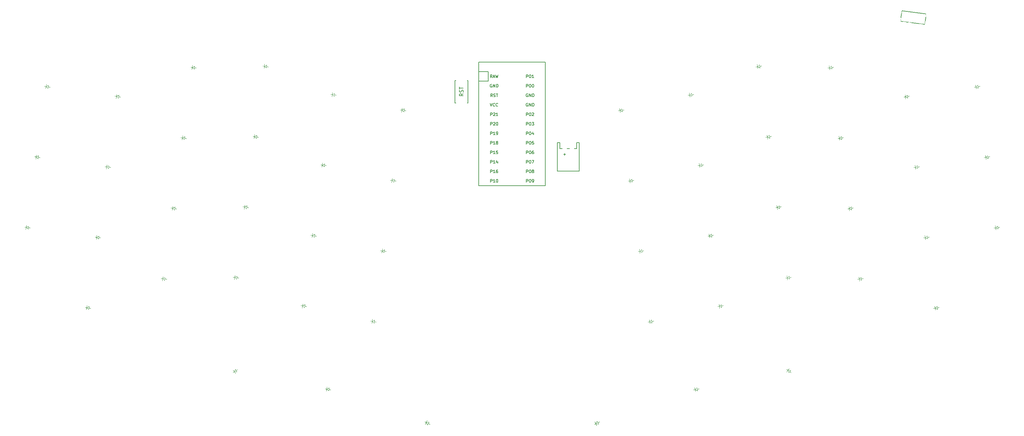
<source format=gto>
%TF.GenerationSoftware,KiCad,Pcbnew,8.0.1*%
%TF.CreationDate,2024-04-17T00:19:13+02:00*%
%TF.ProjectId,shockboard,73686f63-6b62-46f6-9172-642e6b696361,v1.0.0*%
%TF.SameCoordinates,Original*%
%TF.FileFunction,Legend,Top*%
%TF.FilePolarity,Positive*%
%FSLAX46Y46*%
G04 Gerber Fmt 4.6, Leading zero omitted, Abs format (unit mm)*
G04 Created by KiCad (PCBNEW 8.0.1) date 2024-04-17 00:19:13*
%MOMM*%
%LPD*%
G01*
G04 APERTURE LIST*
G04 Aperture macros list*
%AMRotRect*
0 Rectangle, with rotation*
0 The origin of the aperture is its center*
0 $1 length*
0 $2 width*
0 $3 Rotation angle, in degrees counterclockwise*
0 Add horizontal line*
21,1,$1,$2,0,0,$3*%
G04 Aperture macros list end*
%ADD10C,0.150000*%
%ADD11C,0.100000*%
%ADD12R,1.752600X1.752600*%
%ADD13C,1.752600*%
%ADD14RotRect,0.900000X0.900000X352.500000*%
%ADD15C,1.000000*%
%ADD16RotRect,0.900000X1.250000X352.500000*%
%ADD17C,1.701800*%
%ADD18C,3.000000*%
%ADD19C,3.987800*%
%ADD20C,3.429000*%
%ADD21RotRect,1.778000X1.778000X352.000000*%
%ADD22RotRect,0.900000X1.200000X352.000000*%
%ADD23C,1.905000*%
%ADD24RotRect,1.778000X1.778000X8.000000*%
%ADD25RotRect,0.900000X1.200000X8.000000*%
%ADD26RotRect,1.778000X1.778000X323.000000*%
%ADD27RotRect,0.900000X1.200000X323.000000*%
%ADD28R,1.700000X1.700000*%
%ADD29O,1.700000X1.700000*%
%ADD30C,0.700000*%
%ADD31C,4.400000*%
%ADD32C,2.000000*%
%ADD33R,1.200000X1.700000*%
%ADD34O,1.200000X1.700000*%
%ADD35RotRect,1.778000X1.778000X28.000000*%
%ADD36RotRect,0.900000X1.200000X28.000000*%
%ADD37RotRect,1.778000X1.778000X37.000000*%
%ADD38RotRect,0.900000X1.200000X37.000000*%
%ADD39RotRect,1.778000X1.778000X332.000000*%
%ADD40RotRect,0.900000X1.200000X332.000000*%
G04 APERTURE END LIST*
D10*
X215976668Y-118223030D02*
X215976668Y-117423030D01*
X215976668Y-117423030D02*
X216281430Y-117423030D01*
X216281430Y-117423030D02*
X216357620Y-117461125D01*
X216357620Y-117461125D02*
X216395715Y-117499220D01*
X216395715Y-117499220D02*
X216433811Y-117575411D01*
X216433811Y-117575411D02*
X216433811Y-117689696D01*
X216433811Y-117689696D02*
X216395715Y-117765887D01*
X216395715Y-117765887D02*
X216357620Y-117803982D01*
X216357620Y-117803982D02*
X216281430Y-117842077D01*
X216281430Y-117842077D02*
X215976668Y-117842077D01*
X216929049Y-117423030D02*
X217005239Y-117423030D01*
X217005239Y-117423030D02*
X217081430Y-117461125D01*
X217081430Y-117461125D02*
X217119525Y-117499220D01*
X217119525Y-117499220D02*
X217157620Y-117575411D01*
X217157620Y-117575411D02*
X217195715Y-117727792D01*
X217195715Y-117727792D02*
X217195715Y-117918268D01*
X217195715Y-117918268D02*
X217157620Y-118070649D01*
X217157620Y-118070649D02*
X217119525Y-118146839D01*
X217119525Y-118146839D02*
X217081430Y-118184935D01*
X217081430Y-118184935D02*
X217005239Y-118223030D01*
X217005239Y-118223030D02*
X216929049Y-118223030D01*
X216929049Y-118223030D02*
X216852858Y-118184935D01*
X216852858Y-118184935D02*
X216814763Y-118146839D01*
X216814763Y-118146839D02*
X216776668Y-118070649D01*
X216776668Y-118070649D02*
X216738572Y-117918268D01*
X216738572Y-117918268D02*
X216738572Y-117727792D01*
X216738572Y-117727792D02*
X216776668Y-117575411D01*
X216776668Y-117575411D02*
X216814763Y-117499220D01*
X216814763Y-117499220D02*
X216852858Y-117461125D01*
X216852858Y-117461125D02*
X216929049Y-117423030D01*
X217576668Y-118223030D02*
X217729049Y-118223030D01*
X217729049Y-118223030D02*
X217805239Y-118184935D01*
X217805239Y-118184935D02*
X217843335Y-118146839D01*
X217843335Y-118146839D02*
X217919525Y-118032554D01*
X217919525Y-118032554D02*
X217957620Y-117880173D01*
X217957620Y-117880173D02*
X217957620Y-117575411D01*
X217957620Y-117575411D02*
X217919525Y-117499220D01*
X217919525Y-117499220D02*
X217881430Y-117461125D01*
X217881430Y-117461125D02*
X217805239Y-117423030D01*
X217805239Y-117423030D02*
X217652858Y-117423030D01*
X217652858Y-117423030D02*
X217576668Y-117461125D01*
X217576668Y-117461125D02*
X217538573Y-117499220D01*
X217538573Y-117499220D02*
X217500477Y-117575411D01*
X217500477Y-117575411D02*
X217500477Y-117765887D01*
X217500477Y-117765887D02*
X217538573Y-117842077D01*
X217538573Y-117842077D02*
X217576668Y-117880173D01*
X217576668Y-117880173D02*
X217652858Y-117918268D01*
X217652858Y-117918268D02*
X217805239Y-117918268D01*
X217805239Y-117918268D02*
X217881430Y-117880173D01*
X217881430Y-117880173D02*
X217919525Y-117842077D01*
X217919525Y-117842077D02*
X217957620Y-117765887D01*
X206376667Y-108063030D02*
X206376667Y-107263030D01*
X206376667Y-107263030D02*
X206681429Y-107263030D01*
X206681429Y-107263030D02*
X206757619Y-107301125D01*
X206757619Y-107301125D02*
X206795714Y-107339220D01*
X206795714Y-107339220D02*
X206833810Y-107415411D01*
X206833810Y-107415411D02*
X206833810Y-107529696D01*
X206833810Y-107529696D02*
X206795714Y-107605887D01*
X206795714Y-107605887D02*
X206757619Y-107643982D01*
X206757619Y-107643982D02*
X206681429Y-107682077D01*
X206681429Y-107682077D02*
X206376667Y-107682077D01*
X207595714Y-108063030D02*
X207138571Y-108063030D01*
X207367143Y-108063030D02*
X207367143Y-107263030D01*
X207367143Y-107263030D02*
X207290952Y-107377315D01*
X207290952Y-107377315D02*
X207214762Y-107453506D01*
X207214762Y-107453506D02*
X207138571Y-107491601D01*
X208052857Y-107605887D02*
X207976667Y-107567792D01*
X207976667Y-107567792D02*
X207938572Y-107529696D01*
X207938572Y-107529696D02*
X207900476Y-107453506D01*
X207900476Y-107453506D02*
X207900476Y-107415411D01*
X207900476Y-107415411D02*
X207938572Y-107339220D01*
X207938572Y-107339220D02*
X207976667Y-107301125D01*
X207976667Y-107301125D02*
X208052857Y-107263030D01*
X208052857Y-107263030D02*
X208205238Y-107263030D01*
X208205238Y-107263030D02*
X208281429Y-107301125D01*
X208281429Y-107301125D02*
X208319524Y-107339220D01*
X208319524Y-107339220D02*
X208357619Y-107415411D01*
X208357619Y-107415411D02*
X208357619Y-107453506D01*
X208357619Y-107453506D02*
X208319524Y-107529696D01*
X208319524Y-107529696D02*
X208281429Y-107567792D01*
X208281429Y-107567792D02*
X208205238Y-107605887D01*
X208205238Y-107605887D02*
X208052857Y-107605887D01*
X208052857Y-107605887D02*
X207976667Y-107643982D01*
X207976667Y-107643982D02*
X207938572Y-107682077D01*
X207938572Y-107682077D02*
X207900476Y-107758268D01*
X207900476Y-107758268D02*
X207900476Y-107910649D01*
X207900476Y-107910649D02*
X207938572Y-107986839D01*
X207938572Y-107986839D02*
X207976667Y-108024935D01*
X207976667Y-108024935D02*
X208052857Y-108063030D01*
X208052857Y-108063030D02*
X208205238Y-108063030D01*
X208205238Y-108063030D02*
X208281429Y-108024935D01*
X208281429Y-108024935D02*
X208319524Y-107986839D01*
X208319524Y-107986839D02*
X208357619Y-107910649D01*
X208357619Y-107910649D02*
X208357619Y-107758268D01*
X208357619Y-107758268D02*
X208319524Y-107682077D01*
X208319524Y-107682077D02*
X208281429Y-107643982D01*
X208281429Y-107643982D02*
X208205238Y-107605887D01*
X206376667Y-115683030D02*
X206376667Y-114883030D01*
X206376667Y-114883030D02*
X206681429Y-114883030D01*
X206681429Y-114883030D02*
X206757619Y-114921125D01*
X206757619Y-114921125D02*
X206795714Y-114959220D01*
X206795714Y-114959220D02*
X206833810Y-115035411D01*
X206833810Y-115035411D02*
X206833810Y-115149696D01*
X206833810Y-115149696D02*
X206795714Y-115225887D01*
X206795714Y-115225887D02*
X206757619Y-115263982D01*
X206757619Y-115263982D02*
X206681429Y-115302077D01*
X206681429Y-115302077D02*
X206376667Y-115302077D01*
X207595714Y-115683030D02*
X207138571Y-115683030D01*
X207367143Y-115683030D02*
X207367143Y-114883030D01*
X207367143Y-114883030D02*
X207290952Y-114997315D01*
X207290952Y-114997315D02*
X207214762Y-115073506D01*
X207214762Y-115073506D02*
X207138571Y-115111601D01*
X208281429Y-114883030D02*
X208129048Y-114883030D01*
X208129048Y-114883030D02*
X208052857Y-114921125D01*
X208052857Y-114921125D02*
X208014762Y-114959220D01*
X208014762Y-114959220D02*
X207938572Y-115073506D01*
X207938572Y-115073506D02*
X207900476Y-115225887D01*
X207900476Y-115225887D02*
X207900476Y-115530649D01*
X207900476Y-115530649D02*
X207938572Y-115606839D01*
X207938572Y-115606839D02*
X207976667Y-115644935D01*
X207976667Y-115644935D02*
X208052857Y-115683030D01*
X208052857Y-115683030D02*
X208205238Y-115683030D01*
X208205238Y-115683030D02*
X208281429Y-115644935D01*
X208281429Y-115644935D02*
X208319524Y-115606839D01*
X208319524Y-115606839D02*
X208357619Y-115530649D01*
X208357619Y-115530649D02*
X208357619Y-115340173D01*
X208357619Y-115340173D02*
X208319524Y-115263982D01*
X208319524Y-115263982D02*
X208281429Y-115225887D01*
X208281429Y-115225887D02*
X208205238Y-115187792D01*
X208205238Y-115187792D02*
X208052857Y-115187792D01*
X208052857Y-115187792D02*
X207976667Y-115225887D01*
X207976667Y-115225887D02*
X207938572Y-115263982D01*
X207938572Y-115263982D02*
X207900476Y-115340173D01*
X206738572Y-92061125D02*
X206662382Y-92023030D01*
X206662382Y-92023030D02*
X206548096Y-92023030D01*
X206548096Y-92023030D02*
X206433810Y-92061125D01*
X206433810Y-92061125D02*
X206357620Y-92137315D01*
X206357620Y-92137315D02*
X206319525Y-92213506D01*
X206319525Y-92213506D02*
X206281429Y-92365887D01*
X206281429Y-92365887D02*
X206281429Y-92480173D01*
X206281429Y-92480173D02*
X206319525Y-92632554D01*
X206319525Y-92632554D02*
X206357620Y-92708744D01*
X206357620Y-92708744D02*
X206433810Y-92784935D01*
X206433810Y-92784935D02*
X206548096Y-92823030D01*
X206548096Y-92823030D02*
X206624287Y-92823030D01*
X206624287Y-92823030D02*
X206738572Y-92784935D01*
X206738572Y-92784935D02*
X206776668Y-92746839D01*
X206776668Y-92746839D02*
X206776668Y-92480173D01*
X206776668Y-92480173D02*
X206624287Y-92480173D01*
X207119525Y-92823030D02*
X207119525Y-92023030D01*
X207119525Y-92023030D02*
X207576668Y-92823030D01*
X207576668Y-92823030D02*
X207576668Y-92023030D01*
X207957620Y-92823030D02*
X207957620Y-92023030D01*
X207957620Y-92023030D02*
X208148096Y-92023030D01*
X208148096Y-92023030D02*
X208262382Y-92061125D01*
X208262382Y-92061125D02*
X208338572Y-92137315D01*
X208338572Y-92137315D02*
X208376667Y-92213506D01*
X208376667Y-92213506D02*
X208414763Y-92365887D01*
X208414763Y-92365887D02*
X208414763Y-92480173D01*
X208414763Y-92480173D02*
X208376667Y-92632554D01*
X208376667Y-92632554D02*
X208338572Y-92708744D01*
X208338572Y-92708744D02*
X208262382Y-92784935D01*
X208262382Y-92784935D02*
X208148096Y-92823030D01*
X208148096Y-92823030D02*
X207957620Y-92823030D01*
X215976667Y-108063030D02*
X215976667Y-107263030D01*
X215976667Y-107263030D02*
X216281429Y-107263030D01*
X216281429Y-107263030D02*
X216357619Y-107301125D01*
X216357619Y-107301125D02*
X216395714Y-107339220D01*
X216395714Y-107339220D02*
X216433810Y-107415411D01*
X216433810Y-107415411D02*
X216433810Y-107529696D01*
X216433810Y-107529696D02*
X216395714Y-107605887D01*
X216395714Y-107605887D02*
X216357619Y-107643982D01*
X216357619Y-107643982D02*
X216281429Y-107682077D01*
X216281429Y-107682077D02*
X215976667Y-107682077D01*
X216929048Y-107263030D02*
X217005238Y-107263030D01*
X217005238Y-107263030D02*
X217081429Y-107301125D01*
X217081429Y-107301125D02*
X217119524Y-107339220D01*
X217119524Y-107339220D02*
X217157619Y-107415411D01*
X217157619Y-107415411D02*
X217195714Y-107567792D01*
X217195714Y-107567792D02*
X217195714Y-107758268D01*
X217195714Y-107758268D02*
X217157619Y-107910649D01*
X217157619Y-107910649D02*
X217119524Y-107986839D01*
X217119524Y-107986839D02*
X217081429Y-108024935D01*
X217081429Y-108024935D02*
X217005238Y-108063030D01*
X217005238Y-108063030D02*
X216929048Y-108063030D01*
X216929048Y-108063030D02*
X216852857Y-108024935D01*
X216852857Y-108024935D02*
X216814762Y-107986839D01*
X216814762Y-107986839D02*
X216776667Y-107910649D01*
X216776667Y-107910649D02*
X216738571Y-107758268D01*
X216738571Y-107758268D02*
X216738571Y-107567792D01*
X216738571Y-107567792D02*
X216776667Y-107415411D01*
X216776667Y-107415411D02*
X216814762Y-107339220D01*
X216814762Y-107339220D02*
X216852857Y-107301125D01*
X216852857Y-107301125D02*
X216929048Y-107263030D01*
X217919524Y-107263030D02*
X217538572Y-107263030D01*
X217538572Y-107263030D02*
X217500476Y-107643982D01*
X217500476Y-107643982D02*
X217538572Y-107605887D01*
X217538572Y-107605887D02*
X217614762Y-107567792D01*
X217614762Y-107567792D02*
X217805238Y-107567792D01*
X217805238Y-107567792D02*
X217881429Y-107605887D01*
X217881429Y-107605887D02*
X217919524Y-107643982D01*
X217919524Y-107643982D02*
X217957619Y-107720173D01*
X217957619Y-107720173D02*
X217957619Y-107910649D01*
X217957619Y-107910649D02*
X217919524Y-107986839D01*
X217919524Y-107986839D02*
X217881429Y-108024935D01*
X217881429Y-108024935D02*
X217805238Y-108063030D01*
X217805238Y-108063030D02*
X217614762Y-108063030D01*
X217614762Y-108063030D02*
X217538572Y-108024935D01*
X217538572Y-108024935D02*
X217500476Y-107986839D01*
X215976667Y-92823030D02*
X215976667Y-92023030D01*
X215976667Y-92023030D02*
X216281429Y-92023030D01*
X216281429Y-92023030D02*
X216357619Y-92061125D01*
X216357619Y-92061125D02*
X216395714Y-92099220D01*
X216395714Y-92099220D02*
X216433810Y-92175411D01*
X216433810Y-92175411D02*
X216433810Y-92289696D01*
X216433810Y-92289696D02*
X216395714Y-92365887D01*
X216395714Y-92365887D02*
X216357619Y-92403982D01*
X216357619Y-92403982D02*
X216281429Y-92442077D01*
X216281429Y-92442077D02*
X215976667Y-92442077D01*
X216929048Y-92023030D02*
X217005238Y-92023030D01*
X217005238Y-92023030D02*
X217081429Y-92061125D01*
X217081429Y-92061125D02*
X217119524Y-92099220D01*
X217119524Y-92099220D02*
X217157619Y-92175411D01*
X217157619Y-92175411D02*
X217195714Y-92327792D01*
X217195714Y-92327792D02*
X217195714Y-92518268D01*
X217195714Y-92518268D02*
X217157619Y-92670649D01*
X217157619Y-92670649D02*
X217119524Y-92746839D01*
X217119524Y-92746839D02*
X217081429Y-92784935D01*
X217081429Y-92784935D02*
X217005238Y-92823030D01*
X217005238Y-92823030D02*
X216929048Y-92823030D01*
X216929048Y-92823030D02*
X216852857Y-92784935D01*
X216852857Y-92784935D02*
X216814762Y-92746839D01*
X216814762Y-92746839D02*
X216776667Y-92670649D01*
X216776667Y-92670649D02*
X216738571Y-92518268D01*
X216738571Y-92518268D02*
X216738571Y-92327792D01*
X216738571Y-92327792D02*
X216776667Y-92175411D01*
X216776667Y-92175411D02*
X216814762Y-92099220D01*
X216814762Y-92099220D02*
X216852857Y-92061125D01*
X216852857Y-92061125D02*
X216929048Y-92023030D01*
X217690953Y-92023030D02*
X217767143Y-92023030D01*
X217767143Y-92023030D02*
X217843334Y-92061125D01*
X217843334Y-92061125D02*
X217881429Y-92099220D01*
X217881429Y-92099220D02*
X217919524Y-92175411D01*
X217919524Y-92175411D02*
X217957619Y-92327792D01*
X217957619Y-92327792D02*
X217957619Y-92518268D01*
X217957619Y-92518268D02*
X217919524Y-92670649D01*
X217919524Y-92670649D02*
X217881429Y-92746839D01*
X217881429Y-92746839D02*
X217843334Y-92784935D01*
X217843334Y-92784935D02*
X217767143Y-92823030D01*
X217767143Y-92823030D02*
X217690953Y-92823030D01*
X217690953Y-92823030D02*
X217614762Y-92784935D01*
X217614762Y-92784935D02*
X217576667Y-92746839D01*
X217576667Y-92746839D02*
X217538572Y-92670649D01*
X217538572Y-92670649D02*
X217500476Y-92518268D01*
X217500476Y-92518268D02*
X217500476Y-92327792D01*
X217500476Y-92327792D02*
X217538572Y-92175411D01*
X217538572Y-92175411D02*
X217576667Y-92099220D01*
X217576667Y-92099220D02*
X217614762Y-92061125D01*
X217614762Y-92061125D02*
X217690953Y-92023030D01*
X206376667Y-113143030D02*
X206376667Y-112343030D01*
X206376667Y-112343030D02*
X206681429Y-112343030D01*
X206681429Y-112343030D02*
X206757619Y-112381125D01*
X206757619Y-112381125D02*
X206795714Y-112419220D01*
X206795714Y-112419220D02*
X206833810Y-112495411D01*
X206833810Y-112495411D02*
X206833810Y-112609696D01*
X206833810Y-112609696D02*
X206795714Y-112685887D01*
X206795714Y-112685887D02*
X206757619Y-112723982D01*
X206757619Y-112723982D02*
X206681429Y-112762077D01*
X206681429Y-112762077D02*
X206376667Y-112762077D01*
X207595714Y-113143030D02*
X207138571Y-113143030D01*
X207367143Y-113143030D02*
X207367143Y-112343030D01*
X207367143Y-112343030D02*
X207290952Y-112457315D01*
X207290952Y-112457315D02*
X207214762Y-112533506D01*
X207214762Y-112533506D02*
X207138571Y-112571601D01*
X208281429Y-112609696D02*
X208281429Y-113143030D01*
X208090953Y-112304935D02*
X207900476Y-112876363D01*
X207900476Y-112876363D02*
X208395715Y-112876363D01*
X206281429Y-97103030D02*
X206548096Y-97903030D01*
X206548096Y-97903030D02*
X206814762Y-97103030D01*
X207538572Y-97826839D02*
X207500476Y-97864935D01*
X207500476Y-97864935D02*
X207386191Y-97903030D01*
X207386191Y-97903030D02*
X207310000Y-97903030D01*
X207310000Y-97903030D02*
X207195714Y-97864935D01*
X207195714Y-97864935D02*
X207119524Y-97788744D01*
X207119524Y-97788744D02*
X207081429Y-97712554D01*
X207081429Y-97712554D02*
X207043333Y-97560173D01*
X207043333Y-97560173D02*
X207043333Y-97445887D01*
X207043333Y-97445887D02*
X207081429Y-97293506D01*
X207081429Y-97293506D02*
X207119524Y-97217315D01*
X207119524Y-97217315D02*
X207195714Y-97141125D01*
X207195714Y-97141125D02*
X207310000Y-97103030D01*
X207310000Y-97103030D02*
X207386191Y-97103030D01*
X207386191Y-97103030D02*
X207500476Y-97141125D01*
X207500476Y-97141125D02*
X207538572Y-97179220D01*
X208338572Y-97826839D02*
X208300476Y-97864935D01*
X208300476Y-97864935D02*
X208186191Y-97903030D01*
X208186191Y-97903030D02*
X208110000Y-97903030D01*
X208110000Y-97903030D02*
X207995714Y-97864935D01*
X207995714Y-97864935D02*
X207919524Y-97788744D01*
X207919524Y-97788744D02*
X207881429Y-97712554D01*
X207881429Y-97712554D02*
X207843333Y-97560173D01*
X207843333Y-97560173D02*
X207843333Y-97445887D01*
X207843333Y-97445887D02*
X207881429Y-97293506D01*
X207881429Y-97293506D02*
X207919524Y-97217315D01*
X207919524Y-97217315D02*
X207995714Y-97141125D01*
X207995714Y-97141125D02*
X208110000Y-97103030D01*
X208110000Y-97103030D02*
X208186191Y-97103030D01*
X208186191Y-97103030D02*
X208300476Y-97141125D01*
X208300476Y-97141125D02*
X208338572Y-97179220D01*
X215976667Y-105523030D02*
X215976667Y-104723030D01*
X215976667Y-104723030D02*
X216281429Y-104723030D01*
X216281429Y-104723030D02*
X216357619Y-104761125D01*
X216357619Y-104761125D02*
X216395714Y-104799220D01*
X216395714Y-104799220D02*
X216433810Y-104875411D01*
X216433810Y-104875411D02*
X216433810Y-104989696D01*
X216433810Y-104989696D02*
X216395714Y-105065887D01*
X216395714Y-105065887D02*
X216357619Y-105103982D01*
X216357619Y-105103982D02*
X216281429Y-105142077D01*
X216281429Y-105142077D02*
X215976667Y-105142077D01*
X216929048Y-104723030D02*
X217005238Y-104723030D01*
X217005238Y-104723030D02*
X217081429Y-104761125D01*
X217081429Y-104761125D02*
X217119524Y-104799220D01*
X217119524Y-104799220D02*
X217157619Y-104875411D01*
X217157619Y-104875411D02*
X217195714Y-105027792D01*
X217195714Y-105027792D02*
X217195714Y-105218268D01*
X217195714Y-105218268D02*
X217157619Y-105370649D01*
X217157619Y-105370649D02*
X217119524Y-105446839D01*
X217119524Y-105446839D02*
X217081429Y-105484935D01*
X217081429Y-105484935D02*
X217005238Y-105523030D01*
X217005238Y-105523030D02*
X216929048Y-105523030D01*
X216929048Y-105523030D02*
X216852857Y-105484935D01*
X216852857Y-105484935D02*
X216814762Y-105446839D01*
X216814762Y-105446839D02*
X216776667Y-105370649D01*
X216776667Y-105370649D02*
X216738571Y-105218268D01*
X216738571Y-105218268D02*
X216738571Y-105027792D01*
X216738571Y-105027792D02*
X216776667Y-104875411D01*
X216776667Y-104875411D02*
X216814762Y-104799220D01*
X216814762Y-104799220D02*
X216852857Y-104761125D01*
X216852857Y-104761125D02*
X216929048Y-104723030D01*
X217881429Y-104989696D02*
X217881429Y-105523030D01*
X217690953Y-104684935D02*
X217500476Y-105256363D01*
X217500476Y-105256363D02*
X217995715Y-105256363D01*
X215976667Y-100443030D02*
X215976667Y-99643030D01*
X215976667Y-99643030D02*
X216281429Y-99643030D01*
X216281429Y-99643030D02*
X216357619Y-99681125D01*
X216357619Y-99681125D02*
X216395714Y-99719220D01*
X216395714Y-99719220D02*
X216433810Y-99795411D01*
X216433810Y-99795411D02*
X216433810Y-99909696D01*
X216433810Y-99909696D02*
X216395714Y-99985887D01*
X216395714Y-99985887D02*
X216357619Y-100023982D01*
X216357619Y-100023982D02*
X216281429Y-100062077D01*
X216281429Y-100062077D02*
X215976667Y-100062077D01*
X216929048Y-99643030D02*
X217005238Y-99643030D01*
X217005238Y-99643030D02*
X217081429Y-99681125D01*
X217081429Y-99681125D02*
X217119524Y-99719220D01*
X217119524Y-99719220D02*
X217157619Y-99795411D01*
X217157619Y-99795411D02*
X217195714Y-99947792D01*
X217195714Y-99947792D02*
X217195714Y-100138268D01*
X217195714Y-100138268D02*
X217157619Y-100290649D01*
X217157619Y-100290649D02*
X217119524Y-100366839D01*
X217119524Y-100366839D02*
X217081429Y-100404935D01*
X217081429Y-100404935D02*
X217005238Y-100443030D01*
X217005238Y-100443030D02*
X216929048Y-100443030D01*
X216929048Y-100443030D02*
X216852857Y-100404935D01*
X216852857Y-100404935D02*
X216814762Y-100366839D01*
X216814762Y-100366839D02*
X216776667Y-100290649D01*
X216776667Y-100290649D02*
X216738571Y-100138268D01*
X216738571Y-100138268D02*
X216738571Y-99947792D01*
X216738571Y-99947792D02*
X216776667Y-99795411D01*
X216776667Y-99795411D02*
X216814762Y-99719220D01*
X216814762Y-99719220D02*
X216852857Y-99681125D01*
X216852857Y-99681125D02*
X216929048Y-99643030D01*
X217500476Y-99719220D02*
X217538572Y-99681125D01*
X217538572Y-99681125D02*
X217614762Y-99643030D01*
X217614762Y-99643030D02*
X217805238Y-99643030D01*
X217805238Y-99643030D02*
X217881429Y-99681125D01*
X217881429Y-99681125D02*
X217919524Y-99719220D01*
X217919524Y-99719220D02*
X217957619Y-99795411D01*
X217957619Y-99795411D02*
X217957619Y-99871601D01*
X217957619Y-99871601D02*
X217919524Y-99985887D01*
X217919524Y-99985887D02*
X217462381Y-100443030D01*
X217462381Y-100443030D02*
X217957619Y-100443030D01*
X206376667Y-100443030D02*
X206376667Y-99643030D01*
X206376667Y-99643030D02*
X206681429Y-99643030D01*
X206681429Y-99643030D02*
X206757619Y-99681125D01*
X206757619Y-99681125D02*
X206795714Y-99719220D01*
X206795714Y-99719220D02*
X206833810Y-99795411D01*
X206833810Y-99795411D02*
X206833810Y-99909696D01*
X206833810Y-99909696D02*
X206795714Y-99985887D01*
X206795714Y-99985887D02*
X206757619Y-100023982D01*
X206757619Y-100023982D02*
X206681429Y-100062077D01*
X206681429Y-100062077D02*
X206376667Y-100062077D01*
X207138571Y-99719220D02*
X207176667Y-99681125D01*
X207176667Y-99681125D02*
X207252857Y-99643030D01*
X207252857Y-99643030D02*
X207443333Y-99643030D01*
X207443333Y-99643030D02*
X207519524Y-99681125D01*
X207519524Y-99681125D02*
X207557619Y-99719220D01*
X207557619Y-99719220D02*
X207595714Y-99795411D01*
X207595714Y-99795411D02*
X207595714Y-99871601D01*
X207595714Y-99871601D02*
X207557619Y-99985887D01*
X207557619Y-99985887D02*
X207100476Y-100443030D01*
X207100476Y-100443030D02*
X207595714Y-100443030D01*
X208357619Y-100443030D02*
X207900476Y-100443030D01*
X208129048Y-100443030D02*
X208129048Y-99643030D01*
X208129048Y-99643030D02*
X208052857Y-99757315D01*
X208052857Y-99757315D02*
X207976667Y-99833506D01*
X207976667Y-99833506D02*
X207900476Y-99871601D01*
X216338572Y-97141125D02*
X216262382Y-97103030D01*
X216262382Y-97103030D02*
X216148096Y-97103030D01*
X216148096Y-97103030D02*
X216033810Y-97141125D01*
X216033810Y-97141125D02*
X215957620Y-97217315D01*
X215957620Y-97217315D02*
X215919525Y-97293506D01*
X215919525Y-97293506D02*
X215881429Y-97445887D01*
X215881429Y-97445887D02*
X215881429Y-97560173D01*
X215881429Y-97560173D02*
X215919525Y-97712554D01*
X215919525Y-97712554D02*
X215957620Y-97788744D01*
X215957620Y-97788744D02*
X216033810Y-97864935D01*
X216033810Y-97864935D02*
X216148096Y-97903030D01*
X216148096Y-97903030D02*
X216224287Y-97903030D01*
X216224287Y-97903030D02*
X216338572Y-97864935D01*
X216338572Y-97864935D02*
X216376668Y-97826839D01*
X216376668Y-97826839D02*
X216376668Y-97560173D01*
X216376668Y-97560173D02*
X216224287Y-97560173D01*
X216719525Y-97903030D02*
X216719525Y-97103030D01*
X216719525Y-97103030D02*
X217176668Y-97903030D01*
X217176668Y-97903030D02*
X217176668Y-97103030D01*
X217557620Y-97903030D02*
X217557620Y-97103030D01*
X217557620Y-97103030D02*
X217748096Y-97103030D01*
X217748096Y-97103030D02*
X217862382Y-97141125D01*
X217862382Y-97141125D02*
X217938572Y-97217315D01*
X217938572Y-97217315D02*
X217976667Y-97293506D01*
X217976667Y-97293506D02*
X218014763Y-97445887D01*
X218014763Y-97445887D02*
X218014763Y-97560173D01*
X218014763Y-97560173D02*
X217976667Y-97712554D01*
X217976667Y-97712554D02*
X217938572Y-97788744D01*
X217938572Y-97788744D02*
X217862382Y-97864935D01*
X217862382Y-97864935D02*
X217748096Y-97903030D01*
X217748096Y-97903030D02*
X217557620Y-97903030D01*
X215976667Y-102983030D02*
X215976667Y-102183030D01*
X215976667Y-102183030D02*
X216281429Y-102183030D01*
X216281429Y-102183030D02*
X216357619Y-102221125D01*
X216357619Y-102221125D02*
X216395714Y-102259220D01*
X216395714Y-102259220D02*
X216433810Y-102335411D01*
X216433810Y-102335411D02*
X216433810Y-102449696D01*
X216433810Y-102449696D02*
X216395714Y-102525887D01*
X216395714Y-102525887D02*
X216357619Y-102563982D01*
X216357619Y-102563982D02*
X216281429Y-102602077D01*
X216281429Y-102602077D02*
X215976667Y-102602077D01*
X216929048Y-102183030D02*
X217005238Y-102183030D01*
X217005238Y-102183030D02*
X217081429Y-102221125D01*
X217081429Y-102221125D02*
X217119524Y-102259220D01*
X217119524Y-102259220D02*
X217157619Y-102335411D01*
X217157619Y-102335411D02*
X217195714Y-102487792D01*
X217195714Y-102487792D02*
X217195714Y-102678268D01*
X217195714Y-102678268D02*
X217157619Y-102830649D01*
X217157619Y-102830649D02*
X217119524Y-102906839D01*
X217119524Y-102906839D02*
X217081429Y-102944935D01*
X217081429Y-102944935D02*
X217005238Y-102983030D01*
X217005238Y-102983030D02*
X216929048Y-102983030D01*
X216929048Y-102983030D02*
X216852857Y-102944935D01*
X216852857Y-102944935D02*
X216814762Y-102906839D01*
X216814762Y-102906839D02*
X216776667Y-102830649D01*
X216776667Y-102830649D02*
X216738571Y-102678268D01*
X216738571Y-102678268D02*
X216738571Y-102487792D01*
X216738571Y-102487792D02*
X216776667Y-102335411D01*
X216776667Y-102335411D02*
X216814762Y-102259220D01*
X216814762Y-102259220D02*
X216852857Y-102221125D01*
X216852857Y-102221125D02*
X216929048Y-102183030D01*
X217462381Y-102183030D02*
X217957619Y-102183030D01*
X217957619Y-102183030D02*
X217690953Y-102487792D01*
X217690953Y-102487792D02*
X217805238Y-102487792D01*
X217805238Y-102487792D02*
X217881429Y-102525887D01*
X217881429Y-102525887D02*
X217919524Y-102563982D01*
X217919524Y-102563982D02*
X217957619Y-102640173D01*
X217957619Y-102640173D02*
X217957619Y-102830649D01*
X217957619Y-102830649D02*
X217919524Y-102906839D01*
X217919524Y-102906839D02*
X217881429Y-102944935D01*
X217881429Y-102944935D02*
X217805238Y-102983030D01*
X217805238Y-102983030D02*
X217576667Y-102983030D01*
X217576667Y-102983030D02*
X217500476Y-102944935D01*
X217500476Y-102944935D02*
X217462381Y-102906839D01*
X206376666Y-118223030D02*
X206376666Y-117423030D01*
X206376666Y-117423030D02*
X206681428Y-117423030D01*
X206681428Y-117423030D02*
X206757618Y-117461125D01*
X206757618Y-117461125D02*
X206795713Y-117499220D01*
X206795713Y-117499220D02*
X206833809Y-117575411D01*
X206833809Y-117575411D02*
X206833809Y-117689696D01*
X206833809Y-117689696D02*
X206795713Y-117765887D01*
X206795713Y-117765887D02*
X206757618Y-117803982D01*
X206757618Y-117803982D02*
X206681428Y-117842077D01*
X206681428Y-117842077D02*
X206376666Y-117842077D01*
X207595713Y-118223030D02*
X207138570Y-118223030D01*
X207367142Y-118223030D02*
X207367142Y-117423030D01*
X207367142Y-117423030D02*
X207290951Y-117537315D01*
X207290951Y-117537315D02*
X207214761Y-117613506D01*
X207214761Y-117613506D02*
X207138570Y-117651601D01*
X208090952Y-117423030D02*
X208167142Y-117423030D01*
X208167142Y-117423030D02*
X208243333Y-117461125D01*
X208243333Y-117461125D02*
X208281428Y-117499220D01*
X208281428Y-117499220D02*
X208319523Y-117575411D01*
X208319523Y-117575411D02*
X208357618Y-117727792D01*
X208357618Y-117727792D02*
X208357618Y-117918268D01*
X208357618Y-117918268D02*
X208319523Y-118070649D01*
X208319523Y-118070649D02*
X208281428Y-118146839D01*
X208281428Y-118146839D02*
X208243333Y-118184935D01*
X208243333Y-118184935D02*
X208167142Y-118223030D01*
X208167142Y-118223030D02*
X208090952Y-118223030D01*
X208090952Y-118223030D02*
X208014761Y-118184935D01*
X208014761Y-118184935D02*
X207976666Y-118146839D01*
X207976666Y-118146839D02*
X207938571Y-118070649D01*
X207938571Y-118070649D02*
X207900475Y-117918268D01*
X207900475Y-117918268D02*
X207900475Y-117727792D01*
X207900475Y-117727792D02*
X207938571Y-117575411D01*
X207938571Y-117575411D02*
X207976666Y-117499220D01*
X207976666Y-117499220D02*
X208014761Y-117461125D01*
X208014761Y-117461125D02*
X208090952Y-117423030D01*
X206376667Y-110603030D02*
X206376667Y-109803030D01*
X206376667Y-109803030D02*
X206681429Y-109803030D01*
X206681429Y-109803030D02*
X206757619Y-109841125D01*
X206757619Y-109841125D02*
X206795714Y-109879220D01*
X206795714Y-109879220D02*
X206833810Y-109955411D01*
X206833810Y-109955411D02*
X206833810Y-110069696D01*
X206833810Y-110069696D02*
X206795714Y-110145887D01*
X206795714Y-110145887D02*
X206757619Y-110183982D01*
X206757619Y-110183982D02*
X206681429Y-110222077D01*
X206681429Y-110222077D02*
X206376667Y-110222077D01*
X207595714Y-110603030D02*
X207138571Y-110603030D01*
X207367143Y-110603030D02*
X207367143Y-109803030D01*
X207367143Y-109803030D02*
X207290952Y-109917315D01*
X207290952Y-109917315D02*
X207214762Y-109993506D01*
X207214762Y-109993506D02*
X207138571Y-110031601D01*
X208319524Y-109803030D02*
X207938572Y-109803030D01*
X207938572Y-109803030D02*
X207900476Y-110183982D01*
X207900476Y-110183982D02*
X207938572Y-110145887D01*
X207938572Y-110145887D02*
X208014762Y-110107792D01*
X208014762Y-110107792D02*
X208205238Y-110107792D01*
X208205238Y-110107792D02*
X208281429Y-110145887D01*
X208281429Y-110145887D02*
X208319524Y-110183982D01*
X208319524Y-110183982D02*
X208357619Y-110260173D01*
X208357619Y-110260173D02*
X208357619Y-110450649D01*
X208357619Y-110450649D02*
X208319524Y-110526839D01*
X208319524Y-110526839D02*
X208281429Y-110564935D01*
X208281429Y-110564935D02*
X208205238Y-110603030D01*
X208205238Y-110603030D02*
X208014762Y-110603030D01*
X208014762Y-110603030D02*
X207938572Y-110564935D01*
X207938572Y-110564935D02*
X207900476Y-110526839D01*
X215976667Y-113143030D02*
X215976667Y-112343030D01*
X215976667Y-112343030D02*
X216281429Y-112343030D01*
X216281429Y-112343030D02*
X216357619Y-112381125D01*
X216357619Y-112381125D02*
X216395714Y-112419220D01*
X216395714Y-112419220D02*
X216433810Y-112495411D01*
X216433810Y-112495411D02*
X216433810Y-112609696D01*
X216433810Y-112609696D02*
X216395714Y-112685887D01*
X216395714Y-112685887D02*
X216357619Y-112723982D01*
X216357619Y-112723982D02*
X216281429Y-112762077D01*
X216281429Y-112762077D02*
X215976667Y-112762077D01*
X216929048Y-112343030D02*
X217005238Y-112343030D01*
X217005238Y-112343030D02*
X217081429Y-112381125D01*
X217081429Y-112381125D02*
X217119524Y-112419220D01*
X217119524Y-112419220D02*
X217157619Y-112495411D01*
X217157619Y-112495411D02*
X217195714Y-112647792D01*
X217195714Y-112647792D02*
X217195714Y-112838268D01*
X217195714Y-112838268D02*
X217157619Y-112990649D01*
X217157619Y-112990649D02*
X217119524Y-113066839D01*
X217119524Y-113066839D02*
X217081429Y-113104935D01*
X217081429Y-113104935D02*
X217005238Y-113143030D01*
X217005238Y-113143030D02*
X216929048Y-113143030D01*
X216929048Y-113143030D02*
X216852857Y-113104935D01*
X216852857Y-113104935D02*
X216814762Y-113066839D01*
X216814762Y-113066839D02*
X216776667Y-112990649D01*
X216776667Y-112990649D02*
X216738571Y-112838268D01*
X216738571Y-112838268D02*
X216738571Y-112647792D01*
X216738571Y-112647792D02*
X216776667Y-112495411D01*
X216776667Y-112495411D02*
X216814762Y-112419220D01*
X216814762Y-112419220D02*
X216852857Y-112381125D01*
X216852857Y-112381125D02*
X216929048Y-112343030D01*
X217462381Y-112343030D02*
X217995715Y-112343030D01*
X217995715Y-112343030D02*
X217652857Y-113143030D01*
X206795714Y-90283030D02*
X206529047Y-89902077D01*
X206338571Y-90283030D02*
X206338571Y-89483030D01*
X206338571Y-89483030D02*
X206643333Y-89483030D01*
X206643333Y-89483030D02*
X206719523Y-89521125D01*
X206719523Y-89521125D02*
X206757618Y-89559220D01*
X206757618Y-89559220D02*
X206795714Y-89635411D01*
X206795714Y-89635411D02*
X206795714Y-89749696D01*
X206795714Y-89749696D02*
X206757618Y-89825887D01*
X206757618Y-89825887D02*
X206719523Y-89863982D01*
X206719523Y-89863982D02*
X206643333Y-89902077D01*
X206643333Y-89902077D02*
X206338571Y-89902077D01*
X207100475Y-90054458D02*
X207481428Y-90054458D01*
X207024285Y-90283030D02*
X207290952Y-89483030D01*
X207290952Y-89483030D02*
X207557618Y-90283030D01*
X207748094Y-89483030D02*
X207938570Y-90283030D01*
X207938570Y-90283030D02*
X208090951Y-89711601D01*
X208090951Y-89711601D02*
X208243332Y-90283030D01*
X208243332Y-90283030D02*
X208433809Y-89483030D01*
X206910001Y-95363030D02*
X206643334Y-94982077D01*
X206452858Y-95363030D02*
X206452858Y-94563030D01*
X206452858Y-94563030D02*
X206757620Y-94563030D01*
X206757620Y-94563030D02*
X206833810Y-94601125D01*
X206833810Y-94601125D02*
X206871905Y-94639220D01*
X206871905Y-94639220D02*
X206910001Y-94715411D01*
X206910001Y-94715411D02*
X206910001Y-94829696D01*
X206910001Y-94829696D02*
X206871905Y-94905887D01*
X206871905Y-94905887D02*
X206833810Y-94943982D01*
X206833810Y-94943982D02*
X206757620Y-94982077D01*
X206757620Y-94982077D02*
X206452858Y-94982077D01*
X207214762Y-95324935D02*
X207329048Y-95363030D01*
X207329048Y-95363030D02*
X207519524Y-95363030D01*
X207519524Y-95363030D02*
X207595715Y-95324935D01*
X207595715Y-95324935D02*
X207633810Y-95286839D01*
X207633810Y-95286839D02*
X207671905Y-95210649D01*
X207671905Y-95210649D02*
X207671905Y-95134458D01*
X207671905Y-95134458D02*
X207633810Y-95058268D01*
X207633810Y-95058268D02*
X207595715Y-95020173D01*
X207595715Y-95020173D02*
X207519524Y-94982077D01*
X207519524Y-94982077D02*
X207367143Y-94943982D01*
X207367143Y-94943982D02*
X207290953Y-94905887D01*
X207290953Y-94905887D02*
X207252858Y-94867792D01*
X207252858Y-94867792D02*
X207214762Y-94791601D01*
X207214762Y-94791601D02*
X207214762Y-94715411D01*
X207214762Y-94715411D02*
X207252858Y-94639220D01*
X207252858Y-94639220D02*
X207290953Y-94601125D01*
X207290953Y-94601125D02*
X207367143Y-94563030D01*
X207367143Y-94563030D02*
X207557620Y-94563030D01*
X207557620Y-94563030D02*
X207671905Y-94601125D01*
X207900477Y-94563030D02*
X208357620Y-94563030D01*
X208129048Y-95363030D02*
X208129048Y-94563030D01*
X215976667Y-115683030D02*
X215976667Y-114883030D01*
X215976667Y-114883030D02*
X216281429Y-114883030D01*
X216281429Y-114883030D02*
X216357619Y-114921125D01*
X216357619Y-114921125D02*
X216395714Y-114959220D01*
X216395714Y-114959220D02*
X216433810Y-115035411D01*
X216433810Y-115035411D02*
X216433810Y-115149696D01*
X216433810Y-115149696D02*
X216395714Y-115225887D01*
X216395714Y-115225887D02*
X216357619Y-115263982D01*
X216357619Y-115263982D02*
X216281429Y-115302077D01*
X216281429Y-115302077D02*
X215976667Y-115302077D01*
X216929048Y-114883030D02*
X217005238Y-114883030D01*
X217005238Y-114883030D02*
X217081429Y-114921125D01*
X217081429Y-114921125D02*
X217119524Y-114959220D01*
X217119524Y-114959220D02*
X217157619Y-115035411D01*
X217157619Y-115035411D02*
X217195714Y-115187792D01*
X217195714Y-115187792D02*
X217195714Y-115378268D01*
X217195714Y-115378268D02*
X217157619Y-115530649D01*
X217157619Y-115530649D02*
X217119524Y-115606839D01*
X217119524Y-115606839D02*
X217081429Y-115644935D01*
X217081429Y-115644935D02*
X217005238Y-115683030D01*
X217005238Y-115683030D02*
X216929048Y-115683030D01*
X216929048Y-115683030D02*
X216852857Y-115644935D01*
X216852857Y-115644935D02*
X216814762Y-115606839D01*
X216814762Y-115606839D02*
X216776667Y-115530649D01*
X216776667Y-115530649D02*
X216738571Y-115378268D01*
X216738571Y-115378268D02*
X216738571Y-115187792D01*
X216738571Y-115187792D02*
X216776667Y-115035411D01*
X216776667Y-115035411D02*
X216814762Y-114959220D01*
X216814762Y-114959220D02*
X216852857Y-114921125D01*
X216852857Y-114921125D02*
X216929048Y-114883030D01*
X217652857Y-115225887D02*
X217576667Y-115187792D01*
X217576667Y-115187792D02*
X217538572Y-115149696D01*
X217538572Y-115149696D02*
X217500476Y-115073506D01*
X217500476Y-115073506D02*
X217500476Y-115035411D01*
X217500476Y-115035411D02*
X217538572Y-114959220D01*
X217538572Y-114959220D02*
X217576667Y-114921125D01*
X217576667Y-114921125D02*
X217652857Y-114883030D01*
X217652857Y-114883030D02*
X217805238Y-114883030D01*
X217805238Y-114883030D02*
X217881429Y-114921125D01*
X217881429Y-114921125D02*
X217919524Y-114959220D01*
X217919524Y-114959220D02*
X217957619Y-115035411D01*
X217957619Y-115035411D02*
X217957619Y-115073506D01*
X217957619Y-115073506D02*
X217919524Y-115149696D01*
X217919524Y-115149696D02*
X217881429Y-115187792D01*
X217881429Y-115187792D02*
X217805238Y-115225887D01*
X217805238Y-115225887D02*
X217652857Y-115225887D01*
X217652857Y-115225887D02*
X217576667Y-115263982D01*
X217576667Y-115263982D02*
X217538572Y-115302077D01*
X217538572Y-115302077D02*
X217500476Y-115378268D01*
X217500476Y-115378268D02*
X217500476Y-115530649D01*
X217500476Y-115530649D02*
X217538572Y-115606839D01*
X217538572Y-115606839D02*
X217576667Y-115644935D01*
X217576667Y-115644935D02*
X217652857Y-115683030D01*
X217652857Y-115683030D02*
X217805238Y-115683030D01*
X217805238Y-115683030D02*
X217881429Y-115644935D01*
X217881429Y-115644935D02*
X217919524Y-115606839D01*
X217919524Y-115606839D02*
X217957619Y-115530649D01*
X217957619Y-115530649D02*
X217957619Y-115378268D01*
X217957619Y-115378268D02*
X217919524Y-115302077D01*
X217919524Y-115302077D02*
X217881429Y-115263982D01*
X217881429Y-115263982D02*
X217805238Y-115225887D01*
X215976667Y-110603030D02*
X215976667Y-109803030D01*
X215976667Y-109803030D02*
X216281429Y-109803030D01*
X216281429Y-109803030D02*
X216357619Y-109841125D01*
X216357619Y-109841125D02*
X216395714Y-109879220D01*
X216395714Y-109879220D02*
X216433810Y-109955411D01*
X216433810Y-109955411D02*
X216433810Y-110069696D01*
X216433810Y-110069696D02*
X216395714Y-110145887D01*
X216395714Y-110145887D02*
X216357619Y-110183982D01*
X216357619Y-110183982D02*
X216281429Y-110222077D01*
X216281429Y-110222077D02*
X215976667Y-110222077D01*
X216929048Y-109803030D02*
X217005238Y-109803030D01*
X217005238Y-109803030D02*
X217081429Y-109841125D01*
X217081429Y-109841125D02*
X217119524Y-109879220D01*
X217119524Y-109879220D02*
X217157619Y-109955411D01*
X217157619Y-109955411D02*
X217195714Y-110107792D01*
X217195714Y-110107792D02*
X217195714Y-110298268D01*
X217195714Y-110298268D02*
X217157619Y-110450649D01*
X217157619Y-110450649D02*
X217119524Y-110526839D01*
X217119524Y-110526839D02*
X217081429Y-110564935D01*
X217081429Y-110564935D02*
X217005238Y-110603030D01*
X217005238Y-110603030D02*
X216929048Y-110603030D01*
X216929048Y-110603030D02*
X216852857Y-110564935D01*
X216852857Y-110564935D02*
X216814762Y-110526839D01*
X216814762Y-110526839D02*
X216776667Y-110450649D01*
X216776667Y-110450649D02*
X216738571Y-110298268D01*
X216738571Y-110298268D02*
X216738571Y-110107792D01*
X216738571Y-110107792D02*
X216776667Y-109955411D01*
X216776667Y-109955411D02*
X216814762Y-109879220D01*
X216814762Y-109879220D02*
X216852857Y-109841125D01*
X216852857Y-109841125D02*
X216929048Y-109803030D01*
X217881429Y-109803030D02*
X217729048Y-109803030D01*
X217729048Y-109803030D02*
X217652857Y-109841125D01*
X217652857Y-109841125D02*
X217614762Y-109879220D01*
X217614762Y-109879220D02*
X217538572Y-109993506D01*
X217538572Y-109993506D02*
X217500476Y-110145887D01*
X217500476Y-110145887D02*
X217500476Y-110450649D01*
X217500476Y-110450649D02*
X217538572Y-110526839D01*
X217538572Y-110526839D02*
X217576667Y-110564935D01*
X217576667Y-110564935D02*
X217652857Y-110603030D01*
X217652857Y-110603030D02*
X217805238Y-110603030D01*
X217805238Y-110603030D02*
X217881429Y-110564935D01*
X217881429Y-110564935D02*
X217919524Y-110526839D01*
X217919524Y-110526839D02*
X217957619Y-110450649D01*
X217957619Y-110450649D02*
X217957619Y-110260173D01*
X217957619Y-110260173D02*
X217919524Y-110183982D01*
X217919524Y-110183982D02*
X217881429Y-110145887D01*
X217881429Y-110145887D02*
X217805238Y-110107792D01*
X217805238Y-110107792D02*
X217652857Y-110107792D01*
X217652857Y-110107792D02*
X217576667Y-110145887D01*
X217576667Y-110145887D02*
X217538572Y-110183982D01*
X217538572Y-110183982D02*
X217500476Y-110260173D01*
X206376667Y-105523030D02*
X206376667Y-104723030D01*
X206376667Y-104723030D02*
X206681429Y-104723030D01*
X206681429Y-104723030D02*
X206757619Y-104761125D01*
X206757619Y-104761125D02*
X206795714Y-104799220D01*
X206795714Y-104799220D02*
X206833810Y-104875411D01*
X206833810Y-104875411D02*
X206833810Y-104989696D01*
X206833810Y-104989696D02*
X206795714Y-105065887D01*
X206795714Y-105065887D02*
X206757619Y-105103982D01*
X206757619Y-105103982D02*
X206681429Y-105142077D01*
X206681429Y-105142077D02*
X206376667Y-105142077D01*
X207595714Y-105523030D02*
X207138571Y-105523030D01*
X207367143Y-105523030D02*
X207367143Y-104723030D01*
X207367143Y-104723030D02*
X207290952Y-104837315D01*
X207290952Y-104837315D02*
X207214762Y-104913506D01*
X207214762Y-104913506D02*
X207138571Y-104951601D01*
X207976667Y-105523030D02*
X208129048Y-105523030D01*
X208129048Y-105523030D02*
X208205238Y-105484935D01*
X208205238Y-105484935D02*
X208243334Y-105446839D01*
X208243334Y-105446839D02*
X208319524Y-105332554D01*
X208319524Y-105332554D02*
X208357619Y-105180173D01*
X208357619Y-105180173D02*
X208357619Y-104875411D01*
X208357619Y-104875411D02*
X208319524Y-104799220D01*
X208319524Y-104799220D02*
X208281429Y-104761125D01*
X208281429Y-104761125D02*
X208205238Y-104723030D01*
X208205238Y-104723030D02*
X208052857Y-104723030D01*
X208052857Y-104723030D02*
X207976667Y-104761125D01*
X207976667Y-104761125D02*
X207938572Y-104799220D01*
X207938572Y-104799220D02*
X207900476Y-104875411D01*
X207900476Y-104875411D02*
X207900476Y-105065887D01*
X207900476Y-105065887D02*
X207938572Y-105142077D01*
X207938572Y-105142077D02*
X207976667Y-105180173D01*
X207976667Y-105180173D02*
X208052857Y-105218268D01*
X208052857Y-105218268D02*
X208205238Y-105218268D01*
X208205238Y-105218268D02*
X208281429Y-105180173D01*
X208281429Y-105180173D02*
X208319524Y-105142077D01*
X208319524Y-105142077D02*
X208357619Y-105065887D01*
X215976668Y-90283030D02*
X215976668Y-89483030D01*
X215976668Y-89483030D02*
X216281430Y-89483030D01*
X216281430Y-89483030D02*
X216357620Y-89521125D01*
X216357620Y-89521125D02*
X216395715Y-89559220D01*
X216395715Y-89559220D02*
X216433811Y-89635411D01*
X216433811Y-89635411D02*
X216433811Y-89749696D01*
X216433811Y-89749696D02*
X216395715Y-89825887D01*
X216395715Y-89825887D02*
X216357620Y-89863982D01*
X216357620Y-89863982D02*
X216281430Y-89902077D01*
X216281430Y-89902077D02*
X215976668Y-89902077D01*
X216929049Y-89483030D02*
X217005239Y-89483030D01*
X217005239Y-89483030D02*
X217081430Y-89521125D01*
X217081430Y-89521125D02*
X217119525Y-89559220D01*
X217119525Y-89559220D02*
X217157620Y-89635411D01*
X217157620Y-89635411D02*
X217195715Y-89787792D01*
X217195715Y-89787792D02*
X217195715Y-89978268D01*
X217195715Y-89978268D02*
X217157620Y-90130649D01*
X217157620Y-90130649D02*
X217119525Y-90206839D01*
X217119525Y-90206839D02*
X217081430Y-90244935D01*
X217081430Y-90244935D02*
X217005239Y-90283030D01*
X217005239Y-90283030D02*
X216929049Y-90283030D01*
X216929049Y-90283030D02*
X216852858Y-90244935D01*
X216852858Y-90244935D02*
X216814763Y-90206839D01*
X216814763Y-90206839D02*
X216776668Y-90130649D01*
X216776668Y-90130649D02*
X216738572Y-89978268D01*
X216738572Y-89978268D02*
X216738572Y-89787792D01*
X216738572Y-89787792D02*
X216776668Y-89635411D01*
X216776668Y-89635411D02*
X216814763Y-89559220D01*
X216814763Y-89559220D02*
X216852858Y-89521125D01*
X216852858Y-89521125D02*
X216929049Y-89483030D01*
X217957620Y-90283030D02*
X217500477Y-90283030D01*
X217729049Y-90283030D02*
X217729049Y-89483030D01*
X217729049Y-89483030D02*
X217652858Y-89597315D01*
X217652858Y-89597315D02*
X217576668Y-89673506D01*
X217576668Y-89673506D02*
X217500477Y-89711601D01*
X206376667Y-102983030D02*
X206376667Y-102183030D01*
X206376667Y-102183030D02*
X206681429Y-102183030D01*
X206681429Y-102183030D02*
X206757619Y-102221125D01*
X206757619Y-102221125D02*
X206795714Y-102259220D01*
X206795714Y-102259220D02*
X206833810Y-102335411D01*
X206833810Y-102335411D02*
X206833810Y-102449696D01*
X206833810Y-102449696D02*
X206795714Y-102525887D01*
X206795714Y-102525887D02*
X206757619Y-102563982D01*
X206757619Y-102563982D02*
X206681429Y-102602077D01*
X206681429Y-102602077D02*
X206376667Y-102602077D01*
X207138571Y-102259220D02*
X207176667Y-102221125D01*
X207176667Y-102221125D02*
X207252857Y-102183030D01*
X207252857Y-102183030D02*
X207443333Y-102183030D01*
X207443333Y-102183030D02*
X207519524Y-102221125D01*
X207519524Y-102221125D02*
X207557619Y-102259220D01*
X207557619Y-102259220D02*
X207595714Y-102335411D01*
X207595714Y-102335411D02*
X207595714Y-102411601D01*
X207595714Y-102411601D02*
X207557619Y-102525887D01*
X207557619Y-102525887D02*
X207100476Y-102983030D01*
X207100476Y-102983030D02*
X207595714Y-102983030D01*
X208090953Y-102183030D02*
X208167143Y-102183030D01*
X208167143Y-102183030D02*
X208243334Y-102221125D01*
X208243334Y-102221125D02*
X208281429Y-102259220D01*
X208281429Y-102259220D02*
X208319524Y-102335411D01*
X208319524Y-102335411D02*
X208357619Y-102487792D01*
X208357619Y-102487792D02*
X208357619Y-102678268D01*
X208357619Y-102678268D02*
X208319524Y-102830649D01*
X208319524Y-102830649D02*
X208281429Y-102906839D01*
X208281429Y-102906839D02*
X208243334Y-102944935D01*
X208243334Y-102944935D02*
X208167143Y-102983030D01*
X208167143Y-102983030D02*
X208090953Y-102983030D01*
X208090953Y-102983030D02*
X208014762Y-102944935D01*
X208014762Y-102944935D02*
X207976667Y-102906839D01*
X207976667Y-102906839D02*
X207938572Y-102830649D01*
X207938572Y-102830649D02*
X207900476Y-102678268D01*
X207900476Y-102678268D02*
X207900476Y-102487792D01*
X207900476Y-102487792D02*
X207938572Y-102335411D01*
X207938572Y-102335411D02*
X207976667Y-102259220D01*
X207976667Y-102259220D02*
X208014762Y-102221125D01*
X208014762Y-102221125D02*
X208090953Y-102183030D01*
X216338572Y-94601125D02*
X216262382Y-94563030D01*
X216262382Y-94563030D02*
X216148096Y-94563030D01*
X216148096Y-94563030D02*
X216033810Y-94601125D01*
X216033810Y-94601125D02*
X215957620Y-94677315D01*
X215957620Y-94677315D02*
X215919525Y-94753506D01*
X215919525Y-94753506D02*
X215881429Y-94905887D01*
X215881429Y-94905887D02*
X215881429Y-95020173D01*
X215881429Y-95020173D02*
X215919525Y-95172554D01*
X215919525Y-95172554D02*
X215957620Y-95248744D01*
X215957620Y-95248744D02*
X216033810Y-95324935D01*
X216033810Y-95324935D02*
X216148096Y-95363030D01*
X216148096Y-95363030D02*
X216224287Y-95363030D01*
X216224287Y-95363030D02*
X216338572Y-95324935D01*
X216338572Y-95324935D02*
X216376668Y-95286839D01*
X216376668Y-95286839D02*
X216376668Y-95020173D01*
X216376668Y-95020173D02*
X216224287Y-95020173D01*
X216719525Y-95363030D02*
X216719525Y-94563030D01*
X216719525Y-94563030D02*
X217176668Y-95363030D01*
X217176668Y-95363030D02*
X217176668Y-94563030D01*
X217557620Y-95363030D02*
X217557620Y-94563030D01*
X217557620Y-94563030D02*
X217748096Y-94563030D01*
X217748096Y-94563030D02*
X217862382Y-94601125D01*
X217862382Y-94601125D02*
X217938572Y-94677315D01*
X217938572Y-94677315D02*
X217976667Y-94753506D01*
X217976667Y-94753506D02*
X218014763Y-94905887D01*
X218014763Y-94905887D02*
X218014763Y-95020173D01*
X218014763Y-95020173D02*
X217976667Y-95172554D01*
X217976667Y-95172554D02*
X217938572Y-95248744D01*
X217938572Y-95248744D02*
X217862382Y-95324935D01*
X217862382Y-95324935D02*
X217748096Y-95363030D01*
X217748096Y-95363030D02*
X217557620Y-95363030D01*
X199102917Y-94521662D02*
X198626726Y-94854995D01*
X199102917Y-95093090D02*
X198102917Y-95093090D01*
X198102917Y-95093090D02*
X198102917Y-94712138D01*
X198102917Y-94712138D02*
X198150536Y-94616900D01*
X198150536Y-94616900D02*
X198198155Y-94569281D01*
X198198155Y-94569281D02*
X198293393Y-94521662D01*
X198293393Y-94521662D02*
X198436250Y-94521662D01*
X198436250Y-94521662D02*
X198531488Y-94569281D01*
X198531488Y-94569281D02*
X198579107Y-94616900D01*
X198579107Y-94616900D02*
X198626726Y-94712138D01*
X198626726Y-94712138D02*
X198626726Y-95093090D01*
X199055298Y-94140709D02*
X199102917Y-93997852D01*
X199102917Y-93997852D02*
X199102917Y-93759757D01*
X199102917Y-93759757D02*
X199055298Y-93664519D01*
X199055298Y-93664519D02*
X199007678Y-93616900D01*
X199007678Y-93616900D02*
X198912440Y-93569281D01*
X198912440Y-93569281D02*
X198817202Y-93569281D01*
X198817202Y-93569281D02*
X198721964Y-93616900D01*
X198721964Y-93616900D02*
X198674345Y-93664519D01*
X198674345Y-93664519D02*
X198626726Y-93759757D01*
X198626726Y-93759757D02*
X198579107Y-93950233D01*
X198579107Y-93950233D02*
X198531488Y-94045471D01*
X198531488Y-94045471D02*
X198483869Y-94093090D01*
X198483869Y-94093090D02*
X198388631Y-94140709D01*
X198388631Y-94140709D02*
X198293393Y-94140709D01*
X198293393Y-94140709D02*
X198198155Y-94093090D01*
X198198155Y-94093090D02*
X198150536Y-94045471D01*
X198150536Y-94045471D02*
X198102917Y-93950233D01*
X198102917Y-93950233D02*
X198102917Y-93712138D01*
X198102917Y-93712138D02*
X198150536Y-93569281D01*
X198102917Y-93283566D02*
X198102917Y-92712138D01*
X199102917Y-92997852D02*
X198102917Y-92997852D01*
X315853549Y-75194433D02*
X322397085Y-76055906D01*
X316225548Y-72368815D02*
X315853549Y-75194433D01*
X319497316Y-72799551D02*
X316225548Y-72368815D01*
X319497316Y-72799551D02*
X322769084Y-73230288D01*
X321430634Y-73054078D02*
X317563998Y-72545025D01*
X322397085Y-76055906D02*
X322769084Y-73230288D01*
D11*
X81951606Y-130179142D02*
X82347713Y-130234811D01*
X82347713Y-130234811D02*
X82271168Y-130779459D01*
X82347713Y-130234811D02*
X82424258Y-129690164D01*
X82347713Y-130234811D02*
X82997543Y-129922208D01*
X82886205Y-130714423D02*
X82347713Y-130234811D01*
X82941874Y-130318315D02*
X83437008Y-130387902D01*
X82997543Y-129922208D02*
X82886205Y-130714423D01*
X158394950Y-132339019D02*
X158791057Y-132394688D01*
X158791057Y-132394688D02*
X158714512Y-132939336D01*
X158791057Y-132394688D02*
X158867602Y-131850041D01*
X158791057Y-132394688D02*
X159440887Y-132082085D01*
X159329549Y-132874300D02*
X158791057Y-132394688D01*
X159385218Y-132478192D02*
X159880352Y-132547779D01*
X159440887Y-132082085D02*
X159329549Y-132874300D01*
X316755517Y-95402004D02*
X317151624Y-95346335D01*
X317151624Y-95346335D02*
X317075079Y-94801687D01*
X317151624Y-95346335D02*
X317228169Y-95890982D01*
X317151624Y-95346335D02*
X317690116Y-94866723D01*
X317690116Y-94866723D02*
X317801454Y-95658938D01*
X317745785Y-95262831D02*
X318240919Y-95193244D01*
X317801454Y-95658938D02*
X317151624Y-95346335D01*
X285476336Y-168181580D02*
X285795791Y-168422306D01*
X285795791Y-168422306D02*
X285464792Y-168861555D01*
X285795791Y-168422306D02*
X286126789Y-167983056D01*
X285795791Y-168422306D02*
X286515696Y-168463944D01*
X286034246Y-169102847D02*
X285795791Y-168422306D01*
X286274972Y-168783395D02*
X286674290Y-169084302D01*
X286515696Y-168463944D02*
X286034246Y-169102847D01*
X248453796Y-155492561D02*
X248849903Y-155436892D01*
X248849903Y-155436892D02*
X248773358Y-154892244D01*
X248849903Y-155436892D02*
X248926448Y-155981539D01*
X248849903Y-155436892D02*
X249388395Y-154957280D01*
X249388395Y-154957280D02*
X249499733Y-155749495D01*
X249444064Y-155353388D02*
X249939198Y-155283801D01*
X249499733Y-155749495D02*
X248849903Y-155436892D01*
X177001280Y-136468710D02*
X177397387Y-136524379D01*
X177397387Y-136524379D02*
X177320842Y-137069027D01*
X177397387Y-136524379D02*
X177473932Y-135979732D01*
X177397387Y-136524379D02*
X178047217Y-136211776D01*
X177935879Y-137003991D02*
X177397387Y-136524379D01*
X177991548Y-136607883D02*
X178486682Y-136677470D01*
X178047217Y-136211776D02*
X177935879Y-137003991D01*
X118398821Y-143884996D02*
X118794928Y-143940665D01*
X118794928Y-143940665D02*
X118718383Y-144485313D01*
X118794928Y-143940665D02*
X118871473Y-143396018D01*
X118794928Y-143940665D02*
X119444758Y-143628062D01*
X119333420Y-144420277D02*
X118794928Y-143940665D01*
X119389089Y-144024169D02*
X119884223Y-144093756D01*
X119444758Y-143628062D02*
X119333420Y-144420277D01*
X279890785Y-106137056D02*
X280286892Y-106081387D01*
X280286892Y-106081387D02*
X280210347Y-105536739D01*
X280286892Y-106081387D02*
X280363437Y-106626034D01*
X280286892Y-106081387D02*
X280825384Y-105601775D01*
X280825384Y-105601775D02*
X280936722Y-106393990D01*
X280881053Y-105997883D02*
X281376187Y-105928296D01*
X280936722Y-106393990D02*
X280286892Y-106081387D01*
D10*
X203258096Y-86110735D02*
X203258096Y-119130735D01*
X203258096Y-119130735D02*
X221038096Y-119130735D01*
X205798096Y-88650735D02*
X203258096Y-88650735D01*
X205798096Y-88650735D02*
X205798096Y-91190735D01*
X205798096Y-91190735D02*
X203258096Y-91190735D01*
X221038096Y-86110735D02*
X203258096Y-86110735D01*
X221038096Y-119130735D02*
X221038096Y-86110735D01*
D11*
X103410989Y-114008338D02*
X103807096Y-114064007D01*
X103807096Y-114064007D02*
X103730551Y-114608655D01*
X103807096Y-114064007D02*
X103883641Y-113519360D01*
X103807096Y-114064007D02*
X104456926Y-113751404D01*
X104345588Y-114543619D02*
X103807096Y-114064007D01*
X104401257Y-114147511D02*
X104896391Y-114217098D01*
X104456926Y-113751404D02*
X104345588Y-114543619D01*
X126331685Y-87439716D02*
X126727792Y-87495385D01*
X126727792Y-87495385D02*
X126651247Y-88040033D01*
X126727792Y-87495385D02*
X126804337Y-86950738D01*
X126727792Y-87495385D02*
X127377622Y-87182782D01*
X127266284Y-87974997D02*
X126727792Y-87495385D01*
X127321953Y-87578889D02*
X127817087Y-87648476D01*
X127377622Y-87182782D02*
X127266284Y-87974997D01*
X137631430Y-143558482D02*
X138027537Y-143614151D01*
X138027537Y-143614151D02*
X137950992Y-144158799D01*
X138027537Y-143614151D02*
X138104082Y-143069504D01*
X138027537Y-143614151D02*
X138677367Y-143301548D01*
X138566029Y-144093763D02*
X138027537Y-143614151D01*
X138621698Y-143697655D02*
X139116832Y-143767242D01*
X138677367Y-143301548D02*
X138566029Y-144093763D01*
X162218175Y-173395672D02*
X162614282Y-173451341D01*
X162614282Y-173451341D02*
X162537737Y-173995989D01*
X162614282Y-173451341D02*
X162690827Y-172906694D01*
X162614282Y-173451341D02*
X163264112Y-173138738D01*
X163152774Y-173930953D02*
X162614282Y-173451341D01*
X163208443Y-173534845D02*
X163703577Y-173604432D01*
X163264112Y-173138738D02*
X163152774Y-173930953D01*
X277246493Y-87321963D02*
X277642600Y-87266294D01*
X277642600Y-87266294D02*
X277566055Y-86721646D01*
X277642600Y-87266294D02*
X277719145Y-87810941D01*
X277642600Y-87266294D02*
X278181092Y-86786682D01*
X278181092Y-86786682D02*
X278292430Y-87578897D01*
X278236761Y-87182790D02*
X278731895Y-87113203D01*
X278292430Y-87578897D02*
X277642600Y-87266294D01*
X285179360Y-143767244D02*
X285575467Y-143711575D01*
X285575467Y-143711575D02*
X285498922Y-143166927D01*
X285575467Y-143711575D02*
X285652012Y-144256222D01*
X285575467Y-143711575D02*
X286113959Y-143231963D01*
X286113959Y-143231963D02*
X286225297Y-144024178D01*
X286169628Y-143628071D02*
X286664762Y-143558484D01*
X286225297Y-144024178D02*
X285575467Y-143711575D01*
D10*
X196898098Y-90974043D02*
X197148098Y-90974043D01*
X196898098Y-96974043D02*
X196898098Y-90974043D01*
X196898098Y-96974043D02*
X197148098Y-96974043D01*
X200398098Y-90974043D02*
X200148098Y-90974043D01*
X200398098Y-96974043D02*
X200148098Y-96974043D01*
X200398098Y-96974043D02*
X200398098Y-90974043D01*
D11*
X260592620Y-173604428D02*
X260988727Y-173548759D01*
X260988727Y-173548759D02*
X260912182Y-173004111D01*
X260988727Y-173548759D02*
X261065272Y-174093406D01*
X260988727Y-173548759D02*
X261527219Y-173069147D01*
X261527219Y-173069147D02*
X261638557Y-173861362D01*
X261582888Y-173465255D02*
X262078022Y-173395668D01*
X261638557Y-173861362D02*
X260988727Y-173548759D01*
X338214900Y-111572806D02*
X338611007Y-111517137D01*
X338611007Y-111517137D02*
X338534462Y-110972489D01*
X338611007Y-111517137D02*
X338687552Y-112061784D01*
X338611007Y-111517137D02*
X339149499Y-111037525D01*
X339149499Y-111037525D02*
X339260837Y-111829740D01*
X339205168Y-111433633D02*
X339700302Y-111364046D01*
X339260837Y-111829740D02*
X338611007Y-111517137D01*
X304411974Y-144093759D02*
X304808081Y-144038090D01*
X304808081Y-144038090D02*
X304731536Y-143493442D01*
X304808081Y-144038090D02*
X304884626Y-144582737D01*
X304808081Y-144038090D02*
X305346573Y-143558478D01*
X305346573Y-143558478D02*
X305457911Y-144350693D01*
X305402242Y-143954586D02*
X305897376Y-143884999D01*
X305457911Y-144350693D02*
X304808081Y-144038090D01*
X243165220Y-117862377D02*
X243561327Y-117806708D01*
X243561327Y-117806708D02*
X243484782Y-117262060D01*
X243561327Y-117806708D02*
X243637872Y-118351355D01*
X243561327Y-117806708D02*
X244099819Y-117327096D01*
X244099819Y-117327096D02*
X244211157Y-118119311D01*
X244155488Y-117723204D02*
X244650622Y-117653617D01*
X244211157Y-118119311D02*
X243561327Y-117806708D01*
X259127265Y-94917590D02*
X259523372Y-94861921D01*
X259523372Y-94861921D02*
X259446827Y-94317273D01*
X259523372Y-94861921D02*
X259599917Y-95406568D01*
X259523372Y-94861921D02*
X260061864Y-94382309D01*
X260061864Y-94382309D02*
X260173202Y-95174524D01*
X260117533Y-94778417D02*
X260612667Y-94708830D01*
X260173202Y-95174524D02*
X259523372Y-94861921D01*
X145564297Y-87113203D02*
X145960404Y-87168872D01*
X145960404Y-87168872D02*
X145883859Y-87713520D01*
X145960404Y-87168872D02*
X146036949Y-86624225D01*
X145960404Y-87168872D02*
X146610234Y-86856269D01*
X146498896Y-87648484D02*
X145960404Y-87168872D01*
X146554565Y-87252376D02*
X147049699Y-87321963D01*
X146610234Y-86856269D02*
X146498896Y-87648484D01*
X84595893Y-111364048D02*
X84992000Y-111419717D01*
X84992000Y-111419717D02*
X84915455Y-111964365D01*
X84992000Y-111419717D02*
X85068545Y-110875070D01*
X84992000Y-111419717D02*
X85641830Y-111107114D01*
X85530492Y-111899329D02*
X84992000Y-111419717D01*
X85586161Y-111503221D02*
X86081295Y-111572808D01*
X85641830Y-111107114D02*
X85530492Y-111899329D01*
X174356993Y-155283801D02*
X174753100Y-155339470D01*
X174753100Y-155339470D02*
X174676555Y-155884118D01*
X174753100Y-155339470D02*
X174829645Y-154794823D01*
X174753100Y-155339470D02*
X175402930Y-155026867D01*
X175291592Y-155819082D02*
X174753100Y-155339470D01*
X175347261Y-155422974D02*
X175842395Y-155492561D01*
X175402930Y-155026867D02*
X175291592Y-155819082D01*
D10*
X224198094Y-107624045D02*
X224198094Y-115224045D01*
X224198094Y-115224045D02*
X230098094Y-115224045D01*
X224898094Y-109224044D02*
X224898096Y-107624045D01*
X224898096Y-107624045D02*
X224198094Y-107624045D01*
X225898094Y-110724048D02*
X226398094Y-110724045D01*
X226148094Y-110474045D02*
X226148094Y-110974045D01*
X229398093Y-107624045D02*
X229398094Y-109224044D01*
X229398094Y-109224044D02*
X224898094Y-109224044D01*
X230098094Y-107624045D02*
X229398093Y-107624045D01*
X230098094Y-115224045D02*
X230098094Y-107624045D01*
D11*
X121043106Y-125069909D02*
X121439213Y-125125578D01*
X121439213Y-125125578D02*
X121362668Y-125670226D01*
X121439213Y-125125578D02*
X121515758Y-124580931D01*
X121439213Y-125125578D02*
X122089043Y-124812975D01*
X121977705Y-125605190D02*
X121439213Y-125125578D01*
X122033374Y-125209082D02*
X122528508Y-125278669D01*
X122089043Y-124812975D02*
X121977705Y-125605190D01*
X155750662Y-151154108D02*
X156146769Y-151209777D01*
X156146769Y-151209777D02*
X156070224Y-151754425D01*
X156146769Y-151209777D02*
X156223314Y-150665130D01*
X156146769Y-151209777D02*
X156796599Y-150897174D01*
X156685261Y-151689389D02*
X156146769Y-151209777D01*
X156740930Y-151293281D02*
X157236064Y-151362868D01*
X156796599Y-150897174D02*
X156685261Y-151689389D01*
X87240180Y-92548955D02*
X87636287Y-92604624D01*
X87636287Y-92604624D02*
X87559742Y-93149272D01*
X87636287Y-92604624D02*
X87712832Y-92059977D01*
X87636287Y-92604624D02*
X88286117Y-92292021D01*
X88174779Y-93084236D02*
X87636287Y-92604624D01*
X88230448Y-92688128D02*
X88725582Y-92757715D01*
X88286117Y-92292021D02*
X88174779Y-93084236D01*
X98122409Y-151638522D02*
X98518516Y-151694191D01*
X98518516Y-151694191D02*
X98441971Y-152238839D01*
X98518516Y-151694191D02*
X98595061Y-151149544D01*
X98518516Y-151694191D02*
X99168346Y-151381588D01*
X99057008Y-152173803D02*
X98518516Y-151694191D01*
X99112677Y-151777695D02*
X99607811Y-151847282D01*
X99168346Y-151381588D02*
X99057008Y-152173803D01*
X296479105Y-87648474D02*
X296875212Y-87592805D01*
X296875212Y-87592805D02*
X296798667Y-87048157D01*
X296875212Y-87592805D02*
X296951757Y-88137452D01*
X296875212Y-87592805D02*
X297413704Y-87113193D01*
X297413704Y-87113193D02*
X297525042Y-87905408D01*
X297469373Y-87509301D02*
X297964507Y-87439714D01*
X297525042Y-87905408D02*
X296875212Y-87592805D01*
X179645573Y-117653616D02*
X180041680Y-117709285D01*
X180041680Y-117709285D02*
X179965135Y-118253933D01*
X180041680Y-117709285D02*
X180118225Y-117164638D01*
X180041680Y-117709285D02*
X180691510Y-117396682D01*
X180580172Y-118188897D02*
X180041680Y-117709285D01*
X180635841Y-117792789D02*
X181130975Y-117862376D01*
X180691510Y-117396682D02*
X180580172Y-118188897D01*
X123687394Y-106254809D02*
X124083501Y-106310478D01*
X124083501Y-106310478D02*
X124006956Y-106855126D01*
X124083501Y-106310478D02*
X124160046Y-105765831D01*
X124083501Y-106310478D02*
X124733331Y-105997875D01*
X124621993Y-106790090D02*
X124083501Y-106310478D01*
X124677662Y-106393982D02*
X125172796Y-106463569D01*
X124733331Y-105997875D02*
X124621993Y-106790090D01*
X264415845Y-132547777D02*
X264811952Y-132492108D01*
X264811952Y-132492108D02*
X264735407Y-131947460D01*
X264811952Y-132492108D02*
X264888497Y-133036755D01*
X264811952Y-132492108D02*
X265350444Y-132012496D01*
X265350444Y-132012496D02*
X265461782Y-132804711D01*
X265406113Y-132408604D02*
X265901247Y-132339017D01*
X265461782Y-132804711D02*
X264811952Y-132492108D01*
X335570611Y-92757717D02*
X335966718Y-92702048D01*
X335966718Y-92702048D02*
X335890173Y-92157400D01*
X335966718Y-92702048D02*
X336043263Y-93246695D01*
X335966718Y-92702048D02*
X336505210Y-92222436D01*
X336505210Y-92222436D02*
X336616548Y-93014651D01*
X336560879Y-92618544D02*
X337056013Y-92548957D01*
X336616548Y-93014651D02*
X335966718Y-92702048D01*
X240520935Y-99047283D02*
X240917042Y-98991614D01*
X240917042Y-98991614D02*
X240840497Y-98446966D01*
X240917042Y-98991614D02*
X240993587Y-99536261D01*
X240917042Y-98991614D02*
X241455534Y-98512002D01*
X241455534Y-98512002D02*
X241566872Y-99304217D01*
X241511203Y-98908110D02*
X242006337Y-98838523D01*
X241566872Y-99304217D02*
X240917042Y-98991614D01*
X182289859Y-98838521D02*
X182685966Y-98894190D01*
X182685966Y-98894190D02*
X182609421Y-99438838D01*
X182685966Y-98894190D02*
X182762511Y-98349543D01*
X182685966Y-98894190D02*
X183335796Y-98581587D01*
X183224458Y-99373802D02*
X182685966Y-98894190D01*
X183280127Y-98977694D02*
X183775261Y-99047281D01*
X183335796Y-98581587D02*
X183224458Y-99373802D01*
X140275722Y-124743387D02*
X140671829Y-124799056D01*
X140671829Y-124799056D02*
X140595284Y-125343704D01*
X140671829Y-124799056D02*
X140748374Y-124254409D01*
X140671829Y-124799056D02*
X141321659Y-124486453D01*
X141210321Y-125278668D02*
X140671829Y-124799056D01*
X141265990Y-124882560D02*
X141761124Y-124952147D01*
X141321659Y-124486453D02*
X141210321Y-125278668D01*
X261771555Y-113732683D02*
X262167662Y-113677014D01*
X262167662Y-113677014D02*
X262091117Y-113132366D01*
X262167662Y-113677014D02*
X262244207Y-114221661D01*
X262167662Y-113677014D02*
X262706154Y-113197402D01*
X262706154Y-113197402D02*
X262817492Y-113989617D01*
X262761823Y-113593510D02*
X263256957Y-113523923D01*
X262817492Y-113989617D02*
X262167662Y-113677014D01*
X100766696Y-132823429D02*
X101162803Y-132879098D01*
X101162803Y-132879098D02*
X101086258Y-133423746D01*
X101162803Y-132879098D02*
X101239348Y-132334451D01*
X101162803Y-132879098D02*
X101812633Y-132566495D01*
X101701295Y-133358710D02*
X101162803Y-132879098D01*
X101756964Y-132962602D02*
X102252098Y-133032189D01*
X101812633Y-132566495D02*
X101701295Y-133358710D01*
X163683528Y-94708833D02*
X164079635Y-94764502D01*
X164079635Y-94764502D02*
X164003090Y-95309150D01*
X164079635Y-94764502D02*
X164156180Y-94219855D01*
X164079635Y-94764502D02*
X164729465Y-94451899D01*
X164618127Y-95244114D02*
X164079635Y-94764502D01*
X164673796Y-94848006D02*
X165168930Y-94917593D01*
X164729465Y-94451899D02*
X164618127Y-95244114D01*
X322044094Y-133032189D02*
X322440201Y-132976520D01*
X322440201Y-132976520D02*
X322363656Y-132431872D01*
X322440201Y-132976520D02*
X322516746Y-133521167D01*
X322440201Y-132976520D02*
X322978693Y-132496908D01*
X322978693Y-132496908D02*
X323090031Y-133289123D01*
X323034362Y-132893016D02*
X323529496Y-132823429D01*
X323090031Y-133289123D02*
X322440201Y-132976520D01*
X299123395Y-106463569D02*
X299519502Y-106407900D01*
X299519502Y-106407900D02*
X299442957Y-105863252D01*
X299519502Y-106407900D02*
X299596047Y-106952547D01*
X299519502Y-106407900D02*
X300057994Y-105928288D01*
X300057994Y-105928288D02*
X300169332Y-106720503D01*
X300113663Y-106324396D02*
X300608797Y-106254809D01*
X300169332Y-106720503D02*
X299519502Y-106407900D01*
X340859190Y-130387900D02*
X341255297Y-130332231D01*
X341255297Y-130332231D02*
X341178752Y-129787583D01*
X341255297Y-130332231D02*
X341331842Y-130876878D01*
X341255297Y-130332231D02*
X341793789Y-129852619D01*
X341793789Y-129852619D02*
X341905127Y-130644834D01*
X341849458Y-130248727D02*
X342344592Y-130179140D01*
X341905127Y-130644834D02*
X341255297Y-130332231D01*
X282535069Y-124952148D02*
X282931176Y-124896479D01*
X282931176Y-124896479D02*
X282854631Y-124351831D01*
X282931176Y-124896479D02*
X283007721Y-125441126D01*
X282931176Y-124896479D02*
X283469668Y-124416867D01*
X283469668Y-124416867D02*
X283581006Y-125209082D01*
X283525337Y-124812975D02*
X284020471Y-124743388D01*
X283581006Y-125209082D02*
X282931176Y-124896479D01*
X319399806Y-114217096D02*
X319795913Y-114161427D01*
X319795913Y-114161427D02*
X319719368Y-113616779D01*
X319795913Y-114161427D02*
X319872458Y-114706074D01*
X319795913Y-114161427D02*
X320334405Y-113681815D01*
X320334405Y-113681815D02*
X320445743Y-114474030D01*
X320390074Y-114077923D02*
X320885208Y-114008336D01*
X320445743Y-114474030D02*
X319795913Y-114161427D01*
X161039237Y-113523923D02*
X161435344Y-113579592D01*
X161435344Y-113579592D02*
X161358799Y-114124240D01*
X161435344Y-113579592D02*
X161511889Y-113034945D01*
X161435344Y-113579592D02*
X162085174Y-113266989D01*
X161973836Y-114059204D02*
X161435344Y-113579592D01*
X162029505Y-113663096D02*
X162524639Y-113732683D01*
X162085174Y-113266989D02*
X161973836Y-114059204D01*
X245809507Y-136677468D02*
X246205614Y-136621799D01*
X246205614Y-136621799D02*
X246129069Y-136077151D01*
X246205614Y-136621799D02*
X246282159Y-137166446D01*
X246205614Y-136621799D02*
X246744106Y-136142187D01*
X246744106Y-136142187D02*
X246855444Y-136934402D01*
X246799775Y-136538295D02*
X247294909Y-136468708D01*
X246855444Y-136934402D02*
X246205614Y-136621799D01*
X301767686Y-125278666D02*
X302163793Y-125222997D01*
X302163793Y-125222997D02*
X302087248Y-124678349D01*
X302163793Y-125222997D02*
X302240338Y-125767644D01*
X302163793Y-125222997D02*
X302702285Y-124743385D01*
X302702285Y-124743385D02*
X302813623Y-125535600D01*
X302757954Y-125139493D02*
X303253088Y-125069906D01*
X302813623Y-125535600D02*
X302163793Y-125222997D01*
X324688381Y-151847283D02*
X325084488Y-151791614D01*
X325084488Y-151791614D02*
X325007943Y-151246966D01*
X325084488Y-151791614D02*
X325161033Y-152336261D01*
X325084488Y-151791614D02*
X325622980Y-151312002D01*
X325622980Y-151312002D02*
X325734318Y-152104217D01*
X325678649Y-151708110D02*
X326173783Y-151638523D01*
X325734318Y-152104217D02*
X325084488Y-151791614D01*
X234135727Y-182878598D02*
X234488906Y-182690809D01*
X234488906Y-182690809D02*
X234230697Y-182205188D01*
X234488906Y-182690809D02*
X234747116Y-183176430D01*
X234488906Y-182690809D02*
X234830884Y-182055947D01*
X234830884Y-182055947D02*
X235206464Y-182762305D01*
X235018675Y-182409126D02*
X235460149Y-182174390D01*
X235206464Y-182762305D02*
X234488906Y-182690809D01*
X142920009Y-105928294D02*
X143316116Y-105983963D01*
X143316116Y-105983963D02*
X143239571Y-106528611D01*
X143316116Y-105983963D02*
X143392661Y-105439316D01*
X143316116Y-105983963D02*
X143965946Y-105671360D01*
X143854608Y-106463575D02*
X143316116Y-105983963D01*
X143910277Y-106067467D02*
X144405411Y-106137054D01*
X143965946Y-105671360D02*
X143854608Y-106463575D01*
X267060131Y-151362871D02*
X267456238Y-151307202D01*
X267456238Y-151307202D02*
X267379693Y-150762554D01*
X267456238Y-151307202D02*
X267532783Y-151851849D01*
X267456238Y-151307202D02*
X267994730Y-150827590D01*
X267994730Y-150827590D02*
X268106068Y-151619805D01*
X268050399Y-151223698D02*
X268545533Y-151154111D01*
X268106068Y-151619805D02*
X267456238Y-151307202D01*
X137621903Y-169084302D02*
X137941358Y-168843576D01*
X137941358Y-168843576D02*
X137610359Y-168404327D01*
X137941358Y-168843576D02*
X138179813Y-168163035D01*
X137941358Y-168843576D02*
X138272356Y-169282826D01*
X138179813Y-168163035D02*
X138661263Y-168801939D01*
X138420539Y-168482487D02*
X138819857Y-168181580D01*
X138661263Y-168801939D02*
X137941358Y-168843576D01*
X188836045Y-182174392D02*
X189189224Y-182362181D01*
X189189224Y-182362181D02*
X188931015Y-182847802D01*
X189189224Y-182362181D02*
X189447434Y-181876560D01*
X189189224Y-182362181D02*
X189906782Y-182290685D01*
X189531201Y-182997043D02*
X189189224Y-182362181D01*
X189718993Y-182643864D02*
X190160467Y-182878600D01*
X189906782Y-182290685D02*
X189531201Y-182997043D01*
X106055273Y-95193243D02*
X106451380Y-95248912D01*
X106451380Y-95248912D02*
X106374835Y-95793560D01*
X106451380Y-95248912D02*
X106527925Y-94704265D01*
X106451380Y-95248912D02*
X107101210Y-94936309D01*
X106989872Y-95728524D02*
X106451380Y-95248912D01*
X107045541Y-95332416D02*
X107540675Y-95402003D01*
X107101210Y-94936309D02*
X106989872Y-95728524D01*
D12*
X204528096Y-89920735D03*
D13*
X204528096Y-92460735D03*
X204528096Y-95000735D03*
X204528097Y-97540735D03*
X204528096Y-100080735D03*
X204528093Y-102620735D03*
X204528093Y-105160735D03*
X204528096Y-107700735D03*
X204528097Y-110240735D03*
X204528096Y-112780735D03*
X204528096Y-115320735D03*
X204528096Y-117860735D03*
X219768096Y-89920735D03*
X219768096Y-92460735D03*
X219768096Y-95000735D03*
X219768095Y-97540735D03*
X219768096Y-100080735D03*
X219768099Y-102620735D03*
X219768099Y-105160735D03*
X219768096Y-107700735D03*
X219768095Y-110240735D03*
X219768096Y-112780735D03*
X219768096Y-115320735D03*
X219768096Y-117860735D03*
%LPC*%
D14*
X315796339Y-72564466D03*
X315509181Y-74745644D03*
D15*
X317833939Y-73942213D03*
X320808273Y-74333791D03*
D14*
X323133031Y-73530360D03*
X322845873Y-75711538D03*
D16*
X321281015Y-76488934D03*
X318306682Y-76097355D03*
X316819513Y-75901566D03*
D17*
X317102121Y-128980547D03*
D18*
X318006262Y-126288519D03*
D19*
X322132683Y-128273550D03*
D18*
X323940965Y-122889492D03*
D17*
X327163245Y-127566553D03*
X158168515Y-168080338D03*
D18*
X164443069Y-162953695D03*
D20*
X163614989Y-168845790D03*
D18*
X169088227Y-165828150D03*
D17*
X169061463Y-169611242D03*
X335917213Y-126336259D03*
D18*
X336821354Y-123644231D03*
D19*
X340947775Y-125629262D03*
D18*
X342756057Y-120245204D03*
D17*
X345978337Y-124922265D03*
D21*
X78921384Y-129753271D03*
D22*
X81060365Y-130053886D03*
X84328249Y-130513158D03*
D23*
X86467230Y-130813773D03*
D17*
X138870351Y-100612962D03*
D18*
X145144905Y-95486319D03*
D20*
X144316825Y-101378414D03*
D18*
X149790063Y-98360774D03*
D17*
X149763299Y-102143866D03*
X99777241Y-108751458D03*
D18*
X101388381Y-106412925D03*
D19*
X104807803Y-109458455D03*
D18*
X108030083Y-104781395D03*
D17*
X109838365Y-110165452D03*
X254185292Y-90865947D03*
D18*
X255089433Y-88173919D03*
D19*
X259215854Y-90158950D03*
D18*
X261024136Y-84774892D03*
D17*
X264246416Y-89451953D03*
D21*
X155364728Y-131913148D03*
D22*
X157503709Y-132213763D03*
X160771593Y-132673035D03*
D23*
X162910574Y-132973650D03*
D24*
X313725295Y-95827875D03*
D25*
X315864276Y-95527260D03*
X319132160Y-95067988D03*
D23*
X321271141Y-94767373D03*
D17*
X299054086Y-140100571D03*
D18*
X303672480Y-133443024D03*
D20*
X304500560Y-139335119D03*
D18*
X308930001Y-134925750D03*
D17*
X309947034Y-138569667D03*
X160049778Y-89451953D03*
D18*
X161660918Y-87113420D03*
D19*
X165080340Y-90158950D03*
D18*
X168302620Y-85481890D03*
D17*
X170110902Y-90865947D03*
X316686209Y-129039002D03*
D18*
X321304603Y-122381455D03*
D20*
X322132683Y-128273550D03*
D18*
X326562124Y-123864181D03*
D17*
X327579157Y-127508098D03*
X335501301Y-126394714D03*
D18*
X340119695Y-119737167D03*
D20*
X340947775Y-125629262D03*
D18*
X345377216Y-121219893D03*
D17*
X346394249Y-124863810D03*
X117409360Y-119813030D03*
D18*
X119020500Y-117474497D03*
D19*
X122439922Y-120520027D03*
D18*
X125662202Y-115842967D03*
D17*
X127470484Y-121227024D03*
D26*
X283032512Y-166340026D03*
D27*
X284757564Y-167639948D03*
X287393062Y-169625934D03*
D23*
X289118114Y-170925856D03*
D24*
X245423574Y-155918432D03*
D25*
X247562555Y-155617817D03*
X250830439Y-155158545D03*
D23*
X252969420Y-154857930D03*
D17*
X116993448Y-119754575D03*
D18*
X123268002Y-114627932D03*
D20*
X122439922Y-120520027D03*
D18*
X127913160Y-117502387D03*
D17*
X127886396Y-121285479D03*
D21*
X173971058Y-136042839D03*
D22*
X176110039Y-136343454D03*
X179377923Y-136802726D03*
D23*
X181516904Y-137103341D03*
D21*
X115368599Y-143459125D03*
D22*
X117507580Y-143759740D03*
X120775464Y-144219012D03*
D23*
X122914445Y-144519627D03*
D17*
X119637736Y-100939482D03*
D18*
X125912290Y-95812839D03*
D20*
X125084210Y-101704934D03*
D18*
X130557448Y-98687294D03*
D17*
X130530684Y-102470386D03*
X99361329Y-108693003D03*
D18*
X105635883Y-103566360D03*
D20*
X104807803Y-109458455D03*
D18*
X110281041Y-106440815D03*
D17*
X110254277Y-110223907D03*
X170723246Y-150026922D03*
D18*
X172334386Y-147688389D03*
D19*
X175753808Y-150733919D03*
D18*
X178976088Y-146056859D03*
D17*
X180784370Y-151440916D03*
D24*
X276860563Y-106562927D03*
D25*
X278999544Y-106262312D03*
X282267428Y-105803040D03*
D23*
X284406409Y-105502425D03*
D17*
X271888608Y-83328774D03*
D18*
X276507002Y-76671227D03*
D20*
X277335082Y-82563322D03*
D18*
X281764523Y-78153953D03*
D17*
X282781556Y-81797870D03*
X136226062Y-119428057D03*
D18*
X142500616Y-114301414D03*
D20*
X141672536Y-120193509D03*
D18*
X147145774Y-117175869D03*
D17*
X147119010Y-120958961D03*
D12*
X204528096Y-89920735D03*
D13*
X204528096Y-92460735D03*
X204528096Y-95000735D03*
X204528097Y-97540735D03*
X204528096Y-100080735D03*
X204528093Y-102620735D03*
X204528093Y-105160735D03*
X204528096Y-107700735D03*
X204528097Y-110240735D03*
X204528096Y-112780735D03*
X204528096Y-115320735D03*
X204528096Y-117860735D03*
X219768096Y-89920735D03*
X219768096Y-92460735D03*
X219768096Y-95000735D03*
X219768095Y-97540735D03*
X219768096Y-100080735D03*
X219768099Y-102620735D03*
X219768099Y-105160735D03*
X219768096Y-107700735D03*
X219768095Y-110240735D03*
X219768096Y-112780735D03*
X219768096Y-115320735D03*
X219768096Y-117860735D03*
D28*
X215948096Y-121716737D03*
D29*
X213408098Y-121716735D03*
X210868096Y-121716735D03*
X208328096Y-121716735D03*
D17*
X291121219Y-83655288D03*
D18*
X295739613Y-76997741D03*
D20*
X296567693Y-82889836D03*
D18*
X300997134Y-78480467D03*
D17*
X302014167Y-82124384D03*
D21*
X100380767Y-113582467D03*
D22*
X102519748Y-113883082D03*
X105787632Y-114342354D03*
D23*
X107926613Y-114642969D03*
D17*
X141930553Y-81856328D03*
D18*
X143541693Y-79517795D03*
D19*
X146961115Y-82563325D03*
D18*
X150183395Y-77886265D03*
D17*
X151991677Y-83270322D03*
X296409796Y-121285479D03*
D18*
X301028190Y-114627932D03*
D20*
X301856270Y-120520027D03*
D18*
X306285711Y-116110658D03*
D17*
X307302744Y-119754575D03*
X178656113Y-93581643D03*
D18*
X180267253Y-91243110D03*
D19*
X183686675Y-94288640D03*
D18*
X186908955Y-89611580D03*
D17*
X188717237Y-94995637D03*
X158584427Y-168138793D03*
D18*
X160195567Y-165800260D03*
D19*
X163614989Y-168845790D03*
D18*
X166837269Y-164168730D03*
D17*
X168645551Y-169552787D03*
D30*
X314294847Y-138968449D03*
X314611041Y-137745818D03*
X314935794Y-140056561D03*
X315699153Y-137104871D03*
D31*
X315928789Y-138738813D03*
D30*
X316158425Y-140372755D03*
X316921784Y-137421065D03*
X317246537Y-139731808D03*
X317562731Y-138509177D03*
D21*
X123301463Y-87013845D03*
D22*
X125440444Y-87314460D03*
X128708328Y-87773732D03*
D23*
X130847309Y-88074347D03*
D21*
X134601208Y-143132611D03*
D22*
X136740189Y-143433226D03*
X140008073Y-143892498D03*
D23*
X142147054Y-144193113D03*
D17*
X333272922Y-107521166D03*
D18*
X334177063Y-104829138D03*
D19*
X338303484Y-106814169D03*
D18*
X340111766Y-101430111D03*
D17*
X343334046Y-106107172D03*
X240451623Y-132684279D03*
D18*
X245070017Y-126026732D03*
D20*
X245898097Y-131918827D03*
D18*
X250327538Y-127509458D03*
D17*
X251344571Y-131153375D03*
D21*
X159187953Y-172969801D03*
D22*
X161326934Y-173270416D03*
X164594818Y-173729688D03*
D23*
X166733799Y-174030303D03*
D24*
X274216271Y-87747834D03*
D25*
X276355252Y-87447219D03*
X279623136Y-86987947D03*
D23*
X281762117Y-86687332D03*
D17*
X187219401Y-175991724D03*
D18*
X189533202Y-174345267D03*
D19*
X191704775Y-178376640D03*
D18*
X196332377Y-175083724D03*
D17*
X196190149Y-180761556D03*
D24*
X282149138Y-144193115D03*
D25*
X284288119Y-143892500D03*
X287556003Y-143433228D03*
D23*
X289694984Y-143132613D03*
D30*
X164051247Y-153885913D03*
X164692194Y-152797801D03*
X164367441Y-155108544D03*
X165914825Y-152481607D03*
D31*
X165685189Y-154115549D03*
D30*
X165455553Y-155749491D03*
X167002937Y-153122554D03*
X166678184Y-155433297D03*
X167319131Y-154345185D03*
D17*
X102421529Y-89936367D03*
D18*
X104032669Y-87597834D03*
D19*
X107452091Y-90643364D03*
D18*
X110674371Y-85966304D03*
D17*
X112482653Y-91350361D03*
D32*
X198648098Y-90724043D03*
X198648098Y-97224043D03*
D17*
X293765509Y-102470383D03*
D18*
X298383903Y-95812836D03*
D20*
X299211983Y-101704931D03*
D18*
X303641424Y-97295562D03*
D17*
X304658457Y-100939479D03*
X262118159Y-147311228D03*
D18*
X263022300Y-144619200D03*
D19*
X267148721Y-146604231D03*
D18*
X268957003Y-141220173D03*
D17*
X272179283Y-145897234D03*
X274948806Y-102085412D03*
D18*
X275852947Y-99393384D03*
D19*
X279979368Y-101378415D03*
D18*
X281787650Y-95994357D03*
D17*
X285009930Y-100671418D03*
X272304520Y-83270319D03*
D18*
X273208661Y-80578291D03*
D19*
X277335082Y-82563322D03*
D18*
X279143364Y-77179264D03*
D17*
X282365644Y-81856325D03*
X274532894Y-102143867D03*
D18*
X279151288Y-95486320D03*
D20*
X279979368Y-101378415D03*
D18*
X284408809Y-96969046D03*
D17*
X285425842Y-100612963D03*
X314041919Y-110223907D03*
D18*
X318660313Y-103566360D03*
D20*
X319488393Y-109458455D03*
D18*
X323917834Y-105049086D03*
D17*
X324934867Y-108693003D03*
X170307334Y-149968467D03*
D18*
X176581888Y-144841824D03*
D20*
X175753808Y-150733919D03*
D18*
X181227046Y-147716279D03*
D17*
X181200282Y-151499371D03*
D24*
X257562398Y-174030299D03*
D25*
X259701379Y-173729684D03*
X262969263Y-173270412D03*
D23*
X265108244Y-172969797D03*
D17*
X259057957Y-128554590D03*
D18*
X263676351Y-121897043D03*
D20*
X264504431Y-127789138D03*
D18*
X268933872Y-123379769D03*
D17*
X269950905Y-127023686D03*
X186848563Y-175794546D03*
D18*
X194498131Y-173123102D03*
D20*
X191704775Y-178376640D03*
D18*
X197880031Y-177412944D03*
D17*
X196560987Y-180958734D03*
D24*
X335184678Y-111998677D03*
D25*
X337323659Y-111698062D03*
X340591543Y-111238790D03*
D23*
X342730524Y-110938175D03*
D24*
X301381752Y-144519630D03*
D25*
X303520733Y-144219015D03*
X306788617Y-143759743D03*
D23*
X308927598Y-143459128D03*
D17*
X159633866Y-89393498D03*
D18*
X165908420Y-84266855D03*
D20*
X165080340Y-90158950D03*
D18*
X170553578Y-87141310D03*
D17*
X170526814Y-90924402D03*
D24*
X240134998Y-118288248D03*
D25*
X242273979Y-117987633D03*
X245541863Y-117528361D03*
D23*
X247680844Y-117227746D03*
D17*
X80546233Y-106048715D03*
D18*
X86820787Y-100922072D03*
D20*
X85992707Y-106814167D03*
D18*
X91465945Y-103796527D03*
D17*
X91439181Y-107579619D03*
X228106044Y-180761560D03*
D18*
X228034930Y-177922644D03*
D19*
X232591418Y-178376644D03*
D18*
X232449189Y-172698812D03*
D17*
X237076792Y-175991728D03*
X296825708Y-121227024D03*
D18*
X297729849Y-118534996D03*
D19*
X301856270Y-120520027D03*
D18*
X303664552Y-115135969D03*
D17*
X306886832Y-119813030D03*
X277177185Y-120958962D03*
D18*
X281795579Y-114301415D03*
D20*
X282623659Y-120193510D03*
D18*
X287053100Y-115784141D03*
D17*
X288070133Y-119428058D03*
X311397632Y-91408816D03*
D18*
X316016026Y-84751269D03*
D20*
X316844106Y-90643364D03*
D18*
X321273547Y-86233995D03*
D17*
X322290580Y-89877912D03*
D24*
X256097043Y-95343461D03*
D25*
X258236024Y-95042846D03*
X261503908Y-94583574D03*
D23*
X263642889Y-94282959D03*
D17*
X256413668Y-109739498D03*
D18*
X261032062Y-103081951D03*
D20*
X261860142Y-108974046D03*
D18*
X266289583Y-104564677D03*
D17*
X267306616Y-108208594D03*
X243095914Y-151499376D03*
D18*
X247714308Y-144841829D03*
D20*
X248542388Y-150733924D03*
D18*
X252971829Y-146324555D03*
D17*
X253988862Y-149968472D03*
X154761202Y-127082138D03*
D18*
X156372342Y-124743605D03*
D19*
X159791764Y-127789135D03*
D18*
X163014044Y-123112075D03*
D17*
X164822326Y-128496132D03*
X284846774Y-161822136D03*
D18*
X287389649Y-160557907D03*
D19*
X288903842Y-164879356D03*
D18*
X293989597Y-162350896D03*
D17*
X292960910Y-167936576D03*
X130999853Y-168189337D03*
D18*
X131811549Y-160127473D03*
D20*
X135392348Y-164879354D03*
D18*
X137128718Y-158875398D03*
D17*
X139784843Y-161569371D03*
X156989577Y-108208593D03*
D18*
X163264131Y-103081950D03*
D20*
X162436051Y-108974045D03*
D18*
X167909289Y-105956405D03*
D17*
X167882525Y-109739497D03*
X314457831Y-110165452D03*
D18*
X315361972Y-107473424D03*
D19*
X319488393Y-109458455D03*
D18*
X321296675Y-104074397D03*
D17*
X324518955Y-108751458D03*
X97132953Y-127566554D03*
D18*
X98744093Y-125228021D03*
D19*
X102163515Y-128273551D03*
D18*
X105385795Y-123596491D03*
D17*
X107194077Y-128980548D03*
X256829580Y-109681043D03*
D18*
X257733721Y-106989015D03*
D19*
X261860142Y-108974046D03*
D18*
X263668424Y-103589988D03*
D17*
X266890704Y-108267049D03*
X255650641Y-169552787D03*
D18*
X256554782Y-166860759D03*
D19*
X260681203Y-168845790D03*
D18*
X262489485Y-163461732D03*
D17*
X265711765Y-168138793D03*
X141514641Y-81797873D03*
D18*
X147789195Y-76671230D03*
D20*
X146961115Y-82563325D03*
D18*
X152434353Y-79545685D03*
D17*
X152407589Y-83328777D03*
X173367534Y-131211835D03*
D18*
X174978674Y-128873302D03*
D19*
X178398096Y-131918832D03*
D18*
X181620376Y-127241772D03*
D17*
X183428658Y-132625829D03*
X94072748Y-146323193D03*
D18*
X100347302Y-141196550D03*
D20*
X99519222Y-147088645D03*
D18*
X104992460Y-144071005D03*
D17*
X104965696Y-147854097D03*
X122697940Y-82182840D03*
D18*
X124309080Y-79844307D03*
D19*
X127728502Y-82889837D03*
D18*
X130950782Y-78212777D03*
D17*
X132759064Y-83596834D03*
D21*
X142534075Y-86687332D03*
D22*
X144673056Y-86987947D03*
X147940940Y-87447219D03*
D23*
X150079921Y-87747834D03*
D30*
X106733459Y-138509177D03*
X107374406Y-137421065D03*
X107049653Y-139731808D03*
X108597037Y-137104871D03*
D31*
X108367401Y-138738813D03*
D30*
X108137765Y-140372755D03*
X109685149Y-137745818D03*
X109360396Y-140056561D03*
X110001343Y-138968449D03*
D21*
X81565671Y-110938177D03*
D22*
X83704652Y-111238792D03*
X86972536Y-111698064D03*
D23*
X89111517Y-111998679D03*
D17*
X131335280Y-167936574D03*
D18*
X130820936Y-165143736D03*
D19*
X135392348Y-164879354D03*
D18*
X134363662Y-159293675D03*
D17*
X139449416Y-161822134D03*
D21*
X171326771Y-154857930D03*
D22*
X173465752Y-155158545D03*
X176733636Y-155617817D03*
D23*
X178872617Y-155918432D03*
D17*
X152116911Y-145897232D03*
D18*
X153728051Y-143558699D03*
D19*
X157147473Y-146604229D03*
D18*
X160369753Y-141927169D03*
D17*
X162178035Y-147311226D03*
D33*
X226148094Y-108974045D03*
D34*
X228148094Y-108974045D03*
D21*
X118012884Y-124644038D03*
D22*
X120151865Y-124944653D03*
X123419749Y-125403925D03*
D23*
X125558730Y-125704540D03*
D21*
X152720440Y-150728237D03*
D22*
X154859421Y-151028852D03*
X158127305Y-151488124D03*
D23*
X160266286Y-151788739D03*
D21*
X84209958Y-92123084D03*
D22*
X86348939Y-92423699D03*
X89616823Y-92882971D03*
D23*
X91755804Y-93183586D03*
D17*
X237807336Y-113869187D03*
D18*
X242425730Y-107211640D03*
D20*
X243253810Y-113103735D03*
D18*
X247683251Y-108694366D03*
D17*
X248700284Y-112338283D03*
X261702247Y-147369683D03*
D18*
X266320641Y-140712136D03*
D20*
X267148721Y-146604231D03*
D18*
X271578162Y-142194862D03*
D17*
X272595195Y-145838779D03*
X136641974Y-119486512D03*
D18*
X138253114Y-117147979D03*
D19*
X141672536Y-120193509D03*
D18*
X144894816Y-115516449D03*
D17*
X146703098Y-120900506D03*
D21*
X95092187Y-151212651D03*
D22*
X97231168Y-151513266D03*
X100499052Y-151972538D03*
D23*
X102638033Y-152273153D03*
D24*
X293448883Y-88074345D03*
D25*
X295587864Y-87773730D03*
X298855748Y-87314458D03*
D23*
X300994729Y-87013843D03*
D21*
X176615351Y-117227745D03*
D22*
X178754332Y-117528360D03*
X182022216Y-117987632D03*
D23*
X184161197Y-118288247D03*
D17*
X114349156Y-138569667D03*
D18*
X120623710Y-133443024D03*
D20*
X119795630Y-139335119D03*
D18*
X125268868Y-136317479D03*
D17*
X125242104Y-140100571D03*
D21*
X120657172Y-105828938D03*
D22*
X122796153Y-106129553D03*
X126064037Y-106588825D03*
D23*
X128203018Y-106889440D03*
D17*
X238223248Y-113810732D03*
D18*
X239127389Y-111118704D03*
D19*
X243253810Y-113103735D03*
D18*
X245062092Y-107719677D03*
D17*
X248284372Y-112396738D03*
D24*
X261385623Y-132973648D03*
D25*
X263524604Y-132673033D03*
X266792488Y-132213761D03*
D23*
X268931469Y-131913146D03*
D17*
X151700999Y-145838777D03*
D18*
X157975553Y-140712134D03*
D20*
X157147473Y-146604229D03*
D18*
X162620711Y-143586589D03*
D17*
X162593947Y-147369681D03*
X299469998Y-140042116D03*
D18*
X300374139Y-137350088D03*
D19*
X304500560Y-139335119D03*
D18*
X306308842Y-133951061D03*
D17*
X309531122Y-138628122D03*
X279821472Y-139774056D03*
D18*
X284439866Y-133116509D03*
D20*
X285267946Y-139008604D03*
D18*
X289697387Y-134599235D03*
D17*
X290714420Y-138243152D03*
D24*
X332540389Y-93183588D03*
D25*
X334679370Y-92882973D03*
X337947254Y-92423701D03*
D23*
X340086235Y-92123086D03*
D24*
X237490713Y-99473154D03*
D25*
X239629694Y-99172539D03*
X242897578Y-98713267D03*
D23*
X245036559Y-98412652D03*
D21*
X179259637Y-98412650D03*
D22*
X181398618Y-98713265D03*
X184666502Y-99172537D03*
D23*
X186805483Y-99473152D03*
D17*
X122282028Y-82124385D03*
D18*
X128556582Y-76997742D03*
D20*
X127728502Y-82889837D03*
D18*
X133201740Y-79872197D03*
D17*
X133174976Y-83655289D03*
X243511826Y-151440921D03*
D18*
X244415967Y-148748893D03*
D19*
X248542388Y-150733924D03*
D18*
X250350670Y-145349866D03*
D17*
X253572950Y-150026927D03*
D30*
X256977063Y-154345186D03*
X257293257Y-153122555D03*
X257618010Y-155433298D03*
X258381369Y-152481608D03*
D31*
X258611005Y-154115550D03*
D30*
X258840641Y-155749492D03*
X259604000Y-152797802D03*
X259928753Y-155108545D03*
X260244947Y-153885914D03*
D17*
X330628633Y-88706073D03*
D18*
X331532774Y-86014045D03*
D19*
X335659195Y-87999076D03*
D18*
X337467477Y-82615018D03*
D17*
X340689757Y-87292079D03*
X77901944Y-124863811D03*
D18*
X84176498Y-119737168D03*
D20*
X83348418Y-125629263D03*
D18*
X88821656Y-122611623D03*
D17*
X88794892Y-126394715D03*
X319746408Y-147795639D03*
D18*
X320650549Y-145103611D03*
D19*
X324776970Y-147088642D03*
D18*
X326585252Y-141704584D03*
D17*
X329807532Y-146381645D03*
D21*
X137245500Y-124317516D03*
D22*
X139384481Y-124618131D03*
X142652365Y-125077403D03*
D23*
X144791346Y-125378018D03*
D24*
X258741333Y-114158554D03*
D25*
X260880314Y-113857939D03*
X264148198Y-113398667D03*
D23*
X266287179Y-113098052D03*
D17*
X114765068Y-138628122D03*
D18*
X116376208Y-136289589D03*
D19*
X119795630Y-139335119D03*
D18*
X123017910Y-134658059D03*
D17*
X124826192Y-140042116D03*
D21*
X97736474Y-132397558D03*
D22*
X99875455Y-132698173D03*
X103143339Y-133157445D03*
D23*
X105282320Y-133458060D03*
D17*
X120053648Y-100997937D03*
D18*
X121664788Y-98659404D03*
D19*
X125084210Y-101704934D03*
D18*
X128306490Y-97027874D03*
D17*
X130114772Y-102411931D03*
X172951622Y-131153380D03*
D18*
X179226176Y-126026737D03*
D20*
X178398096Y-131918832D03*
D18*
X183871334Y-128901192D03*
D17*
X183844570Y-132684284D03*
D21*
X160653306Y-94282962D03*
D22*
X162792287Y-94583577D03*
X166060171Y-95042849D03*
D23*
X168199152Y-95343464D03*
D17*
X291537131Y-83596833D03*
D18*
X292441272Y-80904805D03*
D19*
X296567693Y-82889836D03*
D18*
X298375975Y-77505778D03*
D17*
X301598255Y-82182839D03*
D24*
X319013872Y-133458060D03*
D25*
X321152853Y-133157445D03*
X324420737Y-132698173D03*
D23*
X326559718Y-132397558D03*
D30*
X95617316Y-94736110D03*
X96258263Y-93647998D03*
X95933510Y-95958741D03*
X97480894Y-93331804D03*
D31*
X97251258Y-94965746D03*
D30*
X97021622Y-96599688D03*
X98569006Y-93972751D03*
X98244253Y-96283494D03*
X98885200Y-95195382D03*
D17*
X83606439Y-87292074D03*
D18*
X85217579Y-84953541D03*
D19*
X88637001Y-87999071D03*
D18*
X91859281Y-83322011D03*
D17*
X93667563Y-88706068D03*
X133997686Y-138301605D03*
D18*
X135608826Y-135963072D03*
D19*
X139028248Y-139008602D03*
D18*
X142250528Y-134331542D03*
D17*
X144058810Y-139715599D03*
X255234729Y-169611242D03*
D18*
X259853123Y-162953695D03*
D20*
X260681203Y-168845790D03*
D18*
X265110644Y-164436421D03*
D17*
X266127677Y-168080338D03*
X240867535Y-132625824D03*
D18*
X241771676Y-129933796D03*
D19*
X245898097Y-131918827D03*
D18*
X247706379Y-126534769D03*
D17*
X250928659Y-131211830D03*
X235163046Y-95054095D03*
D18*
X239781440Y-88396548D03*
D20*
X240609520Y-94288643D03*
D18*
X245038961Y-89879274D03*
D17*
X246055994Y-93523191D03*
D24*
X296093173Y-106889440D03*
D25*
X298232154Y-106588825D03*
X301500038Y-106129553D03*
D23*
X303639019Y-105828938D03*
D17*
X94488660Y-146381648D03*
D18*
X96099800Y-144043115D03*
D19*
X99519222Y-147088645D03*
D18*
X102741502Y-142411585D03*
D17*
X104549784Y-147795642D03*
X284511347Y-161569373D03*
D18*
X292484641Y-160127475D03*
D20*
X288903842Y-164879356D03*
D18*
X295153825Y-164893550D03*
D17*
X293296337Y-168189339D03*
D30*
X171851903Y-98381391D03*
X172492850Y-97293279D03*
X172168097Y-99604022D03*
X173715481Y-96977085D03*
D31*
X173485845Y-98611027D03*
D30*
X173256209Y-100244969D03*
X174803593Y-97618032D03*
X174478840Y-99928775D03*
X175119787Y-98840663D03*
D24*
X337828968Y-130813771D03*
D25*
X339967949Y-130513156D03*
X343235833Y-130053884D03*
D23*
X345374814Y-129753269D03*
D17*
X176011822Y-112396739D03*
D18*
X177622962Y-110058206D03*
D19*
X181042384Y-113103736D03*
D18*
X184264664Y-108426676D03*
D17*
X186072946Y-113810733D03*
X253769380Y-90924402D03*
D18*
X258387774Y-84266855D03*
D20*
X259215854Y-90158950D03*
D18*
X263645295Y-85749581D03*
D17*
X264662328Y-89393498D03*
D30*
X325410993Y-95195384D03*
X325727187Y-93972753D03*
X326051940Y-96283496D03*
X326815299Y-93331806D03*
D31*
X327044935Y-94965748D03*
D30*
X327274571Y-96599690D03*
X328037930Y-93648000D03*
X328362683Y-95958743D03*
X328678877Y-94736112D03*
D24*
X279504847Y-125378019D03*
D25*
X281643828Y-125077404D03*
X284911712Y-124618132D03*
D23*
X287050693Y-124317517D03*
D24*
X316369584Y-114642967D03*
D25*
X318508565Y-114342352D03*
X321776449Y-113883080D03*
D23*
X323915430Y-113582465D03*
D21*
X158009015Y-113098052D03*
D22*
X160147996Y-113398667D03*
X163415880Y-113857939D03*
D23*
X165554861Y-114158554D03*
D24*
X242779285Y-137103339D03*
D25*
X244918266Y-136802724D03*
X248186150Y-136343452D03*
D23*
X250325131Y-136042837D03*
D17*
X96717041Y-127508099D03*
D18*
X102991595Y-122381456D03*
D20*
X102163515Y-128273551D03*
D18*
X107636753Y-125255911D03*
D17*
X107609989Y-129039003D03*
D24*
X298737464Y-125704537D03*
D25*
X300876445Y-125403922D03*
X304144329Y-124944650D03*
D23*
X306283310Y-124644035D03*
D17*
X175595910Y-112338284D03*
D18*
X181870464Y-107211641D03*
D20*
X181042384Y-113103736D03*
D18*
X186515622Y-110086096D03*
D17*
X186488858Y-113869188D03*
X280237384Y-139715601D03*
D18*
X281141525Y-137023573D03*
D19*
X285267946Y-139008604D03*
D18*
X287076228Y-133624546D03*
D17*
X290298508Y-138301607D03*
X319330496Y-147854094D03*
D18*
X323948890Y-141196547D03*
D20*
X324776970Y-147088642D03*
D18*
X329206411Y-142679273D03*
D17*
X330223444Y-146323190D03*
X330212721Y-88764528D03*
D18*
X334831115Y-82106981D03*
D20*
X335659195Y-87999076D03*
D18*
X340088636Y-83589707D03*
D17*
X341105669Y-87233624D03*
D24*
X321658159Y-152273154D03*
D25*
X323797140Y-151972539D03*
X327065024Y-151513267D03*
D23*
X329204005Y-151212652D03*
D17*
X139286263Y-100671417D03*
D18*
X140897403Y-98332884D03*
D19*
X144316825Y-101378414D03*
D18*
X147539105Y-96701354D03*
D17*
X149347387Y-102085411D03*
D35*
X231433908Y-184315181D03*
D36*
X233341072Y-183301122D03*
X236254804Y-181751866D03*
D23*
X238161968Y-180737807D03*
D17*
X157405489Y-108267048D03*
D18*
X159016629Y-105928515D03*
D19*
X162436051Y-108974045D03*
D18*
X165658331Y-104296985D03*
D17*
X167466613Y-109681042D03*
X235578958Y-94995640D03*
D18*
X236483099Y-92303612D03*
D19*
X240609520Y-94288643D03*
D18*
X242417802Y-88904585D03*
D17*
X245640082Y-93581646D03*
X259473869Y-128496135D03*
D18*
X260378010Y-125804107D03*
D19*
X264504431Y-127789138D03*
D18*
X266312713Y-122405080D03*
D17*
X269534993Y-127082141D03*
D30*
X249176410Y-98840664D03*
X249492604Y-97618033D03*
X249817357Y-99928776D03*
X250580716Y-96977086D03*
D31*
X250810352Y-98611028D03*
D30*
X251039988Y-100244970D03*
X251803347Y-97293280D03*
X252128100Y-99604023D03*
X252444294Y-98381392D03*
D17*
X294181421Y-102411928D03*
D18*
X295085562Y-99719900D03*
D19*
X299211983Y-101704931D03*
D18*
X301020265Y-96320873D03*
D17*
X304242545Y-100997934D03*
X154345290Y-127023683D03*
D18*
X160619844Y-121897040D03*
D20*
X159791764Y-127789135D03*
D18*
X165265002Y-124771495D03*
D17*
X165238238Y-128554587D03*
X78317856Y-124922266D03*
D18*
X79928996Y-122583733D03*
D19*
X83348418Y-125629263D03*
D18*
X86570698Y-120952203D03*
D17*
X88378980Y-126336260D03*
X102005617Y-89877912D03*
D18*
X108280171Y-84751269D03*
D20*
X107452091Y-90643364D03*
D18*
X112925329Y-87625724D03*
D17*
X112898565Y-91408816D03*
X133581774Y-138243150D03*
D18*
X139856328Y-133116507D03*
D20*
X139028248Y-139008602D03*
D18*
X144501486Y-135990962D03*
D17*
X144474722Y-139774054D03*
X311813544Y-91350361D03*
D18*
X312717685Y-88658333D03*
D19*
X316844106Y-90643364D03*
D18*
X318652388Y-85259306D03*
D17*
X321874668Y-89936367D03*
X227735206Y-180958738D03*
D18*
X229798062Y-173123106D03*
D20*
X232591418Y-178376644D03*
D18*
X235245638Y-172718233D03*
D17*
X237447630Y-175794550D03*
X178240201Y-93523188D03*
D18*
X184514755Y-88396545D03*
D20*
X183686675Y-94288640D03*
D18*
X189159913Y-91271000D03*
D17*
X189133149Y-95054092D03*
X83190527Y-87233619D03*
D18*
X89465081Y-82106976D03*
D20*
X88637001Y-87999071D03*
D18*
X94110239Y-84981431D03*
D17*
X94083475Y-88764523D03*
X80962145Y-106107170D03*
D18*
X82573285Y-103768637D03*
D19*
X85992707Y-106814167D03*
D18*
X89214987Y-102137107D03*
D17*
X91023269Y-107521164D03*
D21*
X139889787Y-105502423D03*
D22*
X142028768Y-105803038D03*
X145296652Y-106262310D03*
D23*
X147435633Y-106562925D03*
D17*
X277593097Y-120900507D03*
D18*
X278497238Y-118208479D03*
D19*
X282623659Y-120193510D03*
D18*
X284431941Y-114809452D03*
D17*
X287654221Y-119486513D03*
D24*
X264029909Y-151788742D03*
D25*
X266168890Y-151488127D03*
X269436774Y-151028855D03*
D23*
X271575755Y-150728240D03*
D17*
X332857010Y-107579621D03*
D18*
X337475404Y-100922074D03*
D20*
X338303484Y-106814169D03*
D18*
X342732925Y-102404800D03*
D17*
X343749958Y-106048717D03*
D37*
X135178079Y-170925856D03*
D38*
X136903131Y-169625934D03*
X139538629Y-167639948D03*
D23*
X141263681Y-166340026D03*
D39*
X186134226Y-180737809D03*
D40*
X188041390Y-181751868D03*
X190955122Y-183301124D03*
D23*
X192862286Y-184315183D03*
D21*
X103025051Y-94767372D03*
D22*
X105164032Y-95067987D03*
X108431916Y-95527259D03*
D23*
X110570897Y-95827874D03*
%LPD*%
M02*

</source>
